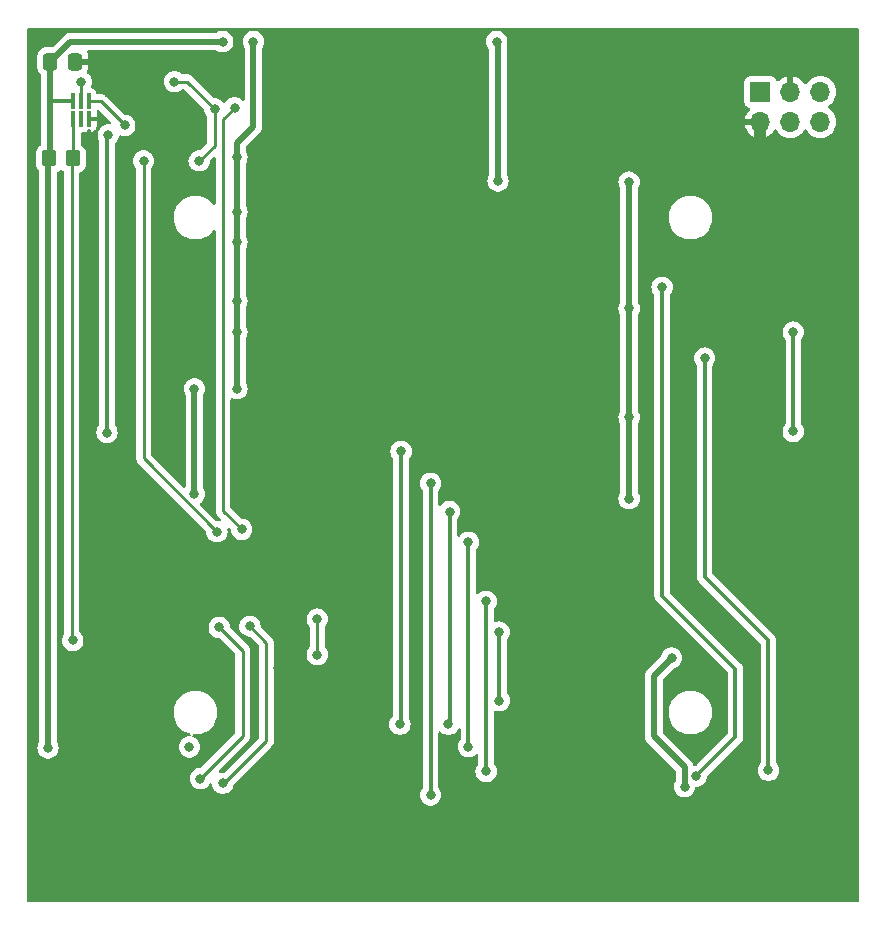
<source format=gbr>
%TF.GenerationSoftware,KiCad,Pcbnew,8.0.1*%
%TF.CreationDate,2024-04-03T22:27:09-06:00*%
%TF.ProjectId,weather_station_pico,77656174-6865-4725-9f73-746174696f6e,rev?*%
%TF.SameCoordinates,Original*%
%TF.FileFunction,Copper,L1,Top*%
%TF.FilePolarity,Positive*%
%FSLAX46Y46*%
G04 Gerber Fmt 4.6, Leading zero omitted, Abs format (unit mm)*
G04 Created by KiCad (PCBNEW 8.0.1) date 2024-04-03 22:27:09*
%MOMM*%
%LPD*%
G01*
G04 APERTURE LIST*
G04 Aperture macros list*
%AMRoundRect*
0 Rectangle with rounded corners*
0 $1 Rounding radius*
0 $2 $3 $4 $5 $6 $7 $8 $9 X,Y pos of 4 corners*
0 Add a 4 corners polygon primitive as box body*
4,1,4,$2,$3,$4,$5,$6,$7,$8,$9,$2,$3,0*
0 Add four circle primitives for the rounded corners*
1,1,$1+$1,$2,$3*
1,1,$1+$1,$4,$5*
1,1,$1+$1,$6,$7*
1,1,$1+$1,$8,$9*
0 Add four rect primitives between the rounded corners*
20,1,$1+$1,$2,$3,$4,$5,0*
20,1,$1+$1,$4,$5,$6,$7,0*
20,1,$1+$1,$6,$7,$8,$9,0*
20,1,$1+$1,$8,$9,$2,$3,0*%
G04 Aperture macros list end*
%TA.AperFunction,ComponentPad*%
%ADD10R,1.700000X1.700000*%
%TD*%
%TA.AperFunction,ComponentPad*%
%ADD11O,1.700000X1.700000*%
%TD*%
%TA.AperFunction,SMDPad,CuDef*%
%ADD12RoundRect,0.250000X-0.350000X-0.450000X0.350000X-0.450000X0.350000X0.450000X-0.350000X0.450000X0*%
%TD*%
%TA.AperFunction,SMDPad,CuDef*%
%ADD13RoundRect,0.250000X-0.337500X-0.475000X0.337500X-0.475000X0.337500X0.475000X-0.337500X0.475000X0*%
%TD*%
%TA.AperFunction,SMDPad,CuDef*%
%ADD14RoundRect,0.025600X-0.134400X0.594400X-0.134400X-0.594400X0.134400X-0.594400X0.134400X0.594400X0*%
%TD*%
%TA.AperFunction,ViaPad*%
%ADD15C,0.800000*%
%TD*%
%TA.AperFunction,ViaPad*%
%ADD16C,1.500000*%
%TD*%
%TA.AperFunction,Conductor*%
%ADD17C,0.250000*%
%TD*%
%TA.AperFunction,Conductor*%
%ADD18C,0.300000*%
%TD*%
%TA.AperFunction,Conductor*%
%ADD19C,0.500000*%
%TD*%
%TA.AperFunction,Conductor*%
%ADD20C,1.000000*%
%TD*%
G04 APERTURE END LIST*
D10*
%TO.P,J9,1,Pin_1*%
%TO.N,/Battery Charger/Load+*%
X174365000Y-75360000D03*
D11*
%TO.P,J9,2,Pin_2*%
%TO.N,GND*%
X174365000Y-77900000D03*
%TO.P,J9,3,Pin_3*%
X176905000Y-75360000D03*
%TO.P,J9,4,Pin_4*%
%TO.N,/Battery Charger/SET*%
X176905000Y-77900000D03*
%TO.P,J9,5,Pin_5*%
%TO.N,/Battery Charger/~{FAULT}*%
X179445000Y-75360000D03*
%TO.P,J9,6,Pin_6*%
%TO.N,/Battery Charger/~{CHRG}*%
X179445000Y-77900000D03*
%TD*%
D12*
%TO.P,R9,2*%
%TO.N,/LIGHT_INTR*%
X116145000Y-81000000D03*
%TO.P,R9,1*%
%TO.N,+3.3V*%
X114145000Y-81000000D03*
%TD*%
D13*
%TO.P,C4,1*%
%TO.N,+3.3V*%
X114245000Y-72800000D03*
%TO.P,C4,2*%
%TO.N,GND*%
X116320000Y-72800000D03*
%TD*%
D14*
%TO.P,U3,1,SCL*%
%TO.N,/I2C0_SCL*%
X117495000Y-76155000D03*
%TO.P,U3,2,SDA*%
%TO.N,/I2C0_SDA*%
X116845000Y-76155000D03*
%TO.P,U3,3,VDD*%
%TO.N,+3.3V*%
X116195000Y-76155000D03*
%TO.P,U3,4,INT*%
%TO.N,/LIGHT_INTR*%
X116195000Y-77645000D03*
%TO.P,U3,5*%
%TO.N,N/C*%
X116845000Y-77645000D03*
%TO.P,U3,6,GND*%
%TO.N,GND*%
X117495000Y-77645000D03*
%TD*%
D15*
%TO.N,GND*%
X179745000Y-141400000D03*
X179745000Y-135000000D03*
X179745000Y-126300000D03*
X179745000Y-118800000D03*
X168445000Y-79400000D03*
X162345000Y-79300000D03*
X169045000Y-71500000D03*
X162945000Y-71500000D03*
X121845000Y-72800000D03*
X118245000Y-72800000D03*
X139945000Y-77900000D03*
X136845000Y-80000000D03*
X136845000Y-75700000D03*
X134445000Y-76200000D03*
X124545000Y-76600000D03*
X118545000Y-117700000D03*
X121645000Y-112000000D03*
X120645000Y-85500000D03*
X117445000Y-85500000D03*
X120545000Y-96000000D03*
X117545000Y-95800000D03*
X133945000Y-103300000D03*
X139645000Y-103300000D03*
X136845000Y-101300000D03*
X136845000Y-105200000D03*
X140445000Y-118000000D03*
X140445000Y-114000000D03*
X137545000Y-116000000D03*
X135245000Y-127700000D03*
X133545000Y-124100000D03*
X120845000Y-129000000D03*
X116745000Y-128900000D03*
X121645000Y-124400000D03*
X117145000Y-124300000D03*
X118945000Y-142200000D03*
X118945000Y-137800000D03*
X118945000Y-133300000D03*
X114045000Y-142200000D03*
X114045000Y-137600000D03*
X114045000Y-133200000D03*
X129245000Y-140700000D03*
X123645000Y-140800000D03*
X121845000Y-138600000D03*
X130945000Y-138600000D03*
X134045000Y-132900000D03*
X135945000Y-134600000D03*
X154945000Y-141000000D03*
X157845000Y-138900000D03*
X152045000Y-138900000D03*
X157845000Y-130400000D03*
X162345000Y-130300000D03*
X162345000Y-125100000D03*
X157945000Y-125000000D03*
X155645000Y-90600000D03*
X160845000Y-90600000D03*
X158245000Y-88700000D03*
X154645000Y-80200000D03*
X154645000Y-75600000D03*
X157545000Y-77900000D03*
X173545000Y-98300000D03*
X180245000Y-102400000D03*
X179745000Y-95700000D03*
X170245000Y-91700000D03*
X176445000Y-85700000D03*
X149245000Y-137100000D03*
X165645000Y-140900000D03*
X171245000Y-140900000D03*
X173145000Y-138600000D03*
X163545000Y-138600000D03*
X136545000Y-137000000D03*
X142945000Y-136900000D03*
X143345000Y-131700000D03*
X140945000Y-141900000D03*
X134045000Y-139300000D03*
X134045000Y-141900000D03*
X127445000Y-97000000D03*
X124645000Y-97000000D03*
X124645000Y-105400000D03*
X127645000Y-91700000D03*
X124645000Y-91700000D03*
X149845000Y-73300000D03*
X150245000Y-89800000D03*
X150245000Y-85800000D03*
X144145000Y-85600000D03*
X144045000Y-80600000D03*
X144045000Y-73600000D03*
X137545000Y-90600000D03*
X143345000Y-90700000D03*
X140445000Y-88500000D03*
X157945000Y-103300000D03*
X151445000Y-103300000D03*
X154745000Y-100900000D03*
X143845000Y-100800000D03*
X151245000Y-94300000D03*
X144045000Y-94300000D03*
%TO.N,/I2C1_SCL*%
X169645000Y-97900000D03*
%TO.N,/I2C1_SDA*%
X166045000Y-91900000D03*
X168945000Y-133300000D03*
%TO.N,/I2C1_SCL*%
X175045000Y-132800000D03*
%TO.N,+3.3V*%
X167945000Y-134200000D03*
X166845000Y-123300000D03*
%TO.N,/ONE_WIRE*%
X136845000Y-120000000D03*
X136845000Y-123000000D03*
%TO.N,+3.3V*%
X163245000Y-109800000D03*
X163245000Y-93700000D03*
X163245000Y-102900000D03*
X163245000Y-83000000D03*
%TO.N,/I2C0_SCL*%
X120545000Y-78200000D03*
%TO.N,/I2C0_SDA*%
X124745000Y-74500000D03*
X116845000Y-74500000D03*
%TO.N,+3.3V*%
X126445000Y-100500000D03*
X126445000Y-109400000D03*
X130045000Y-100500000D03*
%TO.N,/I2C0_SCL*%
X130445000Y-112400000D03*
X129845000Y-76700000D03*
%TO.N,/I2C0_SDA*%
X128345000Y-112600000D03*
X122145000Y-81200000D03*
X126845000Y-81200000D03*
X128145000Y-76800000D03*
%TO.N,+3.3V*%
X126020000Y-130825000D03*
%TO.N,/I2C0_SDA*%
X126944999Y-133500000D03*
X128545000Y-120700000D03*
%TO.N,/I2C0_SCL*%
X128845000Y-133900000D03*
X131145000Y-120600000D03*
%TO.N,+3.3V*%
X130045000Y-95700000D03*
X130045000Y-93100000D03*
X130045000Y-88100000D03*
X130045000Y-85500000D03*
X130045000Y-80900000D03*
X131445000Y-71100000D03*
%TO.N,/LIGHT_INTR*%
X116145000Y-121800000D03*
%TO.N,/RAIN_COUNT*%
X119145000Y-79000000D03*
X119045000Y-104200000D03*
%TO.N,/WINDSPEED_TGR*%
X177145000Y-95700000D03*
X177145000Y-104100000D03*
%TO.N,/RFM69 Radio/RFM69_INTR*%
X143945000Y-105800000D03*
X143845000Y-128900000D03*
%TO.N,/RFM69 Radio/RFM69_RESET*%
X146445000Y-134900000D03*
X146445000Y-108500000D03*
%TO.N,/RFM69 Radio/RFM69_MOSI*%
X147945000Y-128900000D03*
X148045000Y-110900000D03*
%TO.N,/RFM69 Radio/RFM69_CLK*%
X149645000Y-130800000D03*
X149645000Y-113500000D03*
%TO.N,/RFM69 Radio/RFM69_CS*%
X151145000Y-132900000D03*
X151145000Y-118500000D03*
%TO.N,/RFM69 Radio/RFM69_MISO*%
X152245000Y-126900000D03*
X152245000Y-121100000D03*
%TO.N,+3.3V*%
X114045000Y-130900000D03*
X128845000Y-71100000D03*
X152045000Y-71100000D03*
X152145000Y-82900000D03*
D16*
%TO.N,GND*%
X174445000Y-81150000D03*
X176945000Y-71900000D03*
%TD*%
D17*
%TO.N,/I2C0_SCL*%
X132545000Y-122000000D02*
X131145000Y-120600000D01*
X132545000Y-130300000D02*
X132545000Y-122000000D01*
X128945000Y-133900000D02*
X132545000Y-130300000D01*
X128845000Y-133900000D02*
X128945000Y-133900000D01*
%TO.N,/I2C0_SDA*%
X130545000Y-122700000D02*
X128545000Y-120700000D01*
X130545000Y-129900000D02*
X130545000Y-122700000D01*
X126944999Y-133500000D02*
X130545000Y-129900000D01*
D18*
%TO.N,/I2C1_SDA*%
X172245000Y-130000000D02*
X168945000Y-133300000D01*
X166045000Y-118000000D02*
X172245000Y-124200000D01*
X172245000Y-124200000D02*
X172245000Y-130000000D01*
X166045000Y-91900000D02*
X166045000Y-118000000D01*
%TO.N,/I2C1_SCL*%
X175045000Y-121800000D02*
X175045000Y-132800000D01*
X169645000Y-116400000D02*
X175045000Y-121800000D01*
X169645000Y-97900000D02*
X169645000Y-116400000D01*
D19*
%TO.N,+3.3V*%
X167945000Y-132500000D02*
X167945000Y-134200000D01*
X166845000Y-123300000D02*
X165345000Y-124800000D01*
X165345000Y-124800000D02*
X165345000Y-129900000D01*
X165345000Y-129900000D02*
X167945000Y-132500000D01*
D17*
%TO.N,/ONE_WIRE*%
X136845000Y-123000000D02*
X136845000Y-120000000D01*
%TO.N,/I2C0_SDA*%
X125845000Y-74500000D02*
X128145000Y-76800000D01*
X124745000Y-74500000D02*
X125845000Y-74500000D01*
X116845000Y-74500000D02*
X116845000Y-76155000D01*
%TO.N,/I2C0_SCL*%
X118500000Y-76155000D02*
X117495000Y-76155000D01*
X120545000Y-78200000D02*
X118500000Y-76155000D01*
D19*
%TO.N,+3.3V*%
X114245000Y-76200000D02*
X114245000Y-80900000D01*
D18*
X114290000Y-76155000D02*
X116195000Y-76155000D01*
X114245000Y-76200000D02*
X114290000Y-76155000D01*
D19*
X114245000Y-72800000D02*
X114245000Y-76200000D01*
X114245000Y-80900000D02*
X114145000Y-81000000D01*
D17*
%TO.N,/LIGHT_INTR*%
X116195000Y-80950000D02*
X116145000Y-81000000D01*
X116195000Y-77645000D02*
X116195000Y-80950000D01*
D19*
%TO.N,+3.3V*%
X114045000Y-81100000D02*
X114145000Y-81000000D01*
D17*
%TO.N,/LIGHT_INTR*%
X116045000Y-81100000D02*
X116145000Y-81000000D01*
X116145000Y-121800000D02*
X116045000Y-121700000D01*
X116045000Y-121700000D02*
X116045000Y-81100000D01*
D19*
%TO.N,+3.3V*%
X114045000Y-130900000D02*
X114045000Y-81100000D01*
X163245000Y-109700000D02*
X163245000Y-109800000D01*
X163245000Y-93700000D02*
X163245000Y-102900000D01*
X163245000Y-83000000D02*
X163245000Y-93700000D01*
X163245000Y-102900000D02*
X163245000Y-109700000D01*
D18*
%TO.N,/WINDSPEED_TGR*%
X177145000Y-103200000D02*
X177145000Y-104100000D01*
X177145000Y-95700000D02*
X177145000Y-103200000D01*
D19*
%TO.N,+3.3V*%
X126445000Y-109400000D02*
X126445000Y-100500000D01*
X130045000Y-100100000D02*
X130045000Y-100500000D01*
D17*
%TO.N,/I2C0_SCL*%
X128870000Y-77675000D02*
X129845000Y-76700000D01*
X128870000Y-110825000D02*
X128870000Y-77675000D01*
X130445000Y-112400000D02*
X128870000Y-110825000D01*
%TO.N,/I2C0_SDA*%
X128145000Y-79900000D02*
X126845000Y-81200000D01*
X128145000Y-76800000D02*
X128145000Y-79900000D01*
X122145000Y-106400000D02*
X128345000Y-112600000D01*
X122145000Y-81200000D02*
X122145000Y-106400000D01*
D19*
%TO.N,+3.3V*%
X130045000Y-93100000D02*
X130045000Y-95700000D01*
X130045000Y-95700000D02*
X130045000Y-100100000D01*
X130045000Y-88100000D02*
X130045000Y-93100000D01*
X130045000Y-85500000D02*
X130045000Y-88100000D01*
X130045000Y-80900000D02*
X130045000Y-85500000D01*
X130045000Y-80100000D02*
X130045000Y-80900000D01*
X131445000Y-78300000D02*
X130045000Y-79700000D01*
X130045000Y-79700000D02*
X130045000Y-80100000D01*
X131445000Y-71100000D02*
X131445000Y-78300000D01*
D18*
%TO.N,/RAIN_COUNT*%
X119045000Y-79100000D02*
X119145000Y-79000000D01*
X119045000Y-104200000D02*
X119045000Y-79100000D01*
%TO.N,/RFM69 Radio/RFM69_INTR*%
X143845000Y-128900000D02*
X143945000Y-128800000D01*
X143945000Y-128800000D02*
X143945000Y-105800000D01*
%TO.N,/RFM69 Radio/RFM69_RESET*%
X146445000Y-108500000D02*
X146445000Y-134900000D01*
%TO.N,/RFM69 Radio/RFM69_MOSI*%
X148045000Y-128800000D02*
X148045000Y-110900000D01*
X147945000Y-128900000D02*
X148045000Y-128800000D01*
%TO.N,/RFM69 Radio/RFM69_CLK*%
X149645000Y-113500000D02*
X149645000Y-130800000D01*
%TO.N,/RFM69 Radio/RFM69_CS*%
X151145000Y-118500000D02*
X151145000Y-119200000D01*
X151145000Y-119200000D02*
X151145000Y-132900000D01*
%TO.N,/RFM69 Radio/RFM69_MISO*%
X152245000Y-121600000D02*
X152245000Y-126900000D01*
X152245000Y-121100000D02*
X152245000Y-121600000D01*
D19*
%TO.N,+3.3V*%
X115945000Y-71100000D02*
X114245000Y-72800000D01*
X128845000Y-71100000D02*
X115945000Y-71100000D01*
X152145000Y-71200000D02*
X152045000Y-71100000D01*
X152145000Y-82900000D02*
X152145000Y-71200000D01*
D20*
%TO.N,GND*%
X174365000Y-81070000D02*
X174445000Y-81150000D01*
X174365000Y-77900000D02*
X174365000Y-81070000D01*
%TD*%
%TA.AperFunction,Conductor*%
%TO.N,GND*%
G36*
X182653039Y-69964685D02*
G01*
X182698794Y-70017489D01*
X182710000Y-70069000D01*
X182710000Y-143821000D01*
X182690315Y-143888039D01*
X182637511Y-143933794D01*
X182586000Y-143945000D01*
X112394000Y-143945000D01*
X112326961Y-143925315D01*
X112281206Y-143872511D01*
X112270000Y-143821000D01*
X112270000Y-134900000D01*
X145539540Y-134900000D01*
X145559326Y-135088256D01*
X145559327Y-135088259D01*
X145617818Y-135268277D01*
X145617821Y-135268284D01*
X145712467Y-135432216D01*
X145839129Y-135572888D01*
X145992265Y-135684148D01*
X145992270Y-135684151D01*
X146165192Y-135761142D01*
X146165197Y-135761144D01*
X146350354Y-135800500D01*
X146350355Y-135800500D01*
X146539644Y-135800500D01*
X146539646Y-135800500D01*
X146724803Y-135761144D01*
X146897730Y-135684151D01*
X147050871Y-135572888D01*
X147177533Y-135432216D01*
X147272179Y-135268284D01*
X147330674Y-135088256D01*
X147350460Y-134900000D01*
X147330674Y-134711744D01*
X147272179Y-134531716D01*
X147177533Y-134367784D01*
X147127350Y-134312050D01*
X147097120Y-134249058D01*
X147095500Y-134229078D01*
X147095500Y-129625341D01*
X147115185Y-129558302D01*
X147167989Y-129512547D01*
X147237147Y-129502603D01*
X147300703Y-129531628D01*
X147311645Y-129542364D01*
X147339129Y-129572888D01*
X147492265Y-129684148D01*
X147492270Y-129684151D01*
X147665192Y-129761142D01*
X147665197Y-129761144D01*
X147850354Y-129800500D01*
X147850355Y-129800500D01*
X148039644Y-129800500D01*
X148039646Y-129800500D01*
X148224803Y-129761144D01*
X148397730Y-129684151D01*
X148550871Y-129572888D01*
X148677533Y-129432216D01*
X148763113Y-129283987D01*
X148813679Y-129235771D01*
X148882286Y-129222547D01*
X148947151Y-129248515D01*
X148987680Y-129305429D01*
X148994500Y-129345986D01*
X148994500Y-130129078D01*
X148974815Y-130196117D01*
X148962650Y-130212050D01*
X148912466Y-130267785D01*
X148817821Y-130431715D01*
X148817818Y-130431722D01*
X148759327Y-130611740D01*
X148759326Y-130611744D01*
X148739540Y-130800000D01*
X148759326Y-130988256D01*
X148759327Y-130988259D01*
X148817818Y-131168277D01*
X148817821Y-131168284D01*
X148912467Y-131332216D01*
X149014862Y-131445937D01*
X149039129Y-131472888D01*
X149192265Y-131584148D01*
X149192270Y-131584151D01*
X149365192Y-131661142D01*
X149365197Y-131661144D01*
X149550354Y-131700500D01*
X149550355Y-131700500D01*
X149739644Y-131700500D01*
X149739646Y-131700500D01*
X149924803Y-131661144D01*
X150097730Y-131584151D01*
X150250871Y-131472888D01*
X150278351Y-131442368D01*
X150337836Y-131405721D01*
X150407693Y-131407050D01*
X150465741Y-131445937D01*
X150493551Y-131510033D01*
X150494500Y-131525341D01*
X150494500Y-132229078D01*
X150474815Y-132296117D01*
X150462650Y-132312050D01*
X150412466Y-132367785D01*
X150317821Y-132531715D01*
X150317818Y-132531722D01*
X150259327Y-132711740D01*
X150259326Y-132711744D01*
X150239540Y-132900000D01*
X150259326Y-133088256D01*
X150259327Y-133088259D01*
X150317818Y-133268277D01*
X150317821Y-133268284D01*
X150412467Y-133432216D01*
X150539129Y-133572888D01*
X150692265Y-133684148D01*
X150692270Y-133684151D01*
X150865192Y-133761142D01*
X150865197Y-133761144D01*
X151050354Y-133800500D01*
X151050355Y-133800500D01*
X151239644Y-133800500D01*
X151239646Y-133800500D01*
X151424803Y-133761144D01*
X151597730Y-133684151D01*
X151750871Y-133572888D01*
X151877533Y-133432216D01*
X151972179Y-133268284D01*
X152030674Y-133088256D01*
X152050460Y-132900000D01*
X152030674Y-132711744D01*
X151972179Y-132531716D01*
X151877533Y-132367784D01*
X151827350Y-132312050D01*
X151797120Y-132249058D01*
X151795500Y-132229078D01*
X151795500Y-129973920D01*
X164594499Y-129973920D01*
X164623340Y-130118907D01*
X164623343Y-130118917D01*
X164679913Y-130255490D01*
X164679914Y-130255492D01*
X164704832Y-130292784D01*
X164704833Y-130292786D01*
X164762043Y-130378410D01*
X164762047Y-130378415D01*
X164762048Y-130378416D01*
X165967783Y-131584151D01*
X167158181Y-132774548D01*
X167191666Y-132835871D01*
X167194500Y-132862229D01*
X167194500Y-133665677D01*
X167177887Y-133727677D01*
X167117821Y-133831714D01*
X167071951Y-133972888D01*
X167059326Y-134011744D01*
X167039540Y-134200000D01*
X167059326Y-134388256D01*
X167059327Y-134388259D01*
X167117818Y-134568277D01*
X167117821Y-134568284D01*
X167212467Y-134732216D01*
X167339129Y-134872888D01*
X167492265Y-134984148D01*
X167492270Y-134984151D01*
X167665192Y-135061142D01*
X167665197Y-135061144D01*
X167850354Y-135100500D01*
X167850355Y-135100500D01*
X168039644Y-135100500D01*
X168039646Y-135100500D01*
X168224803Y-135061144D01*
X168397730Y-134984151D01*
X168550871Y-134872888D01*
X168677533Y-134732216D01*
X168772179Y-134568284D01*
X168830674Y-134388256D01*
X168838737Y-134311539D01*
X168865321Y-134246925D01*
X168922618Y-134206939D01*
X168962058Y-134200500D01*
X169039644Y-134200500D01*
X169039646Y-134200500D01*
X169224803Y-134161144D01*
X169397730Y-134084151D01*
X169550871Y-133972888D01*
X169677533Y-133832216D01*
X169772179Y-133668284D01*
X169830674Y-133488256D01*
X169844168Y-133359855D01*
X169870752Y-133295242D01*
X169879799Y-133285145D01*
X172750277Y-130414669D01*
X172821465Y-130308127D01*
X172850350Y-130238393D01*
X172870501Y-130189744D01*
X172884592Y-130118907D01*
X172895500Y-130064071D01*
X172895500Y-124135928D01*
X172870502Y-124010261D01*
X172870501Y-124010260D01*
X172870501Y-124010256D01*
X172821465Y-123891873D01*
X172781604Y-123832216D01*
X172781604Y-123832215D01*
X172750275Y-123785328D01*
X166731819Y-117766872D01*
X166698334Y-117705549D01*
X166695500Y-117679191D01*
X166695500Y-97900000D01*
X168739540Y-97900000D01*
X168759326Y-98088256D01*
X168759327Y-98088259D01*
X168817818Y-98268277D01*
X168817821Y-98268284D01*
X168912466Y-98432215D01*
X168962649Y-98487948D01*
X168992880Y-98550940D01*
X168994500Y-98570921D01*
X168994500Y-116464069D01*
X168994500Y-116464071D01*
X168994499Y-116464071D01*
X169019497Y-116589738D01*
X169019499Y-116589744D01*
X169068534Y-116708125D01*
X169139726Y-116814673D01*
X169139727Y-116814674D01*
X174358181Y-122033127D01*
X174391666Y-122094450D01*
X174394500Y-122120808D01*
X174394500Y-132129078D01*
X174374815Y-132196117D01*
X174362650Y-132212050D01*
X174312466Y-132267785D01*
X174217821Y-132431715D01*
X174217818Y-132431722D01*
X174175105Y-132563181D01*
X174159326Y-132611744D01*
X174139540Y-132800000D01*
X174159326Y-132988256D01*
X174159327Y-132988259D01*
X174217818Y-133168277D01*
X174217821Y-133168284D01*
X174312467Y-133332216D01*
X174344493Y-133367784D01*
X174439129Y-133472888D01*
X174592265Y-133584148D01*
X174592270Y-133584151D01*
X174765192Y-133661142D01*
X174765197Y-133661144D01*
X174950354Y-133700500D01*
X174950355Y-133700500D01*
X175139644Y-133700500D01*
X175139646Y-133700500D01*
X175324803Y-133661144D01*
X175497730Y-133584151D01*
X175650871Y-133472888D01*
X175777533Y-133332216D01*
X175872179Y-133168284D01*
X175930674Y-132988256D01*
X175950460Y-132800000D01*
X175930674Y-132611744D01*
X175872179Y-132431716D01*
X175777533Y-132267784D01*
X175727350Y-132212050D01*
X175697120Y-132149058D01*
X175695500Y-132129078D01*
X175695500Y-121735928D01*
X175670502Y-121610261D01*
X175670501Y-121610260D01*
X175670501Y-121610256D01*
X175629394Y-121511016D01*
X175621466Y-121491875D01*
X175621463Y-121491870D01*
X175608234Y-121472072D01*
X175608233Y-121472069D01*
X175550277Y-121385331D01*
X175550271Y-121385324D01*
X170331819Y-116166872D01*
X170298334Y-116105549D01*
X170295500Y-116079191D01*
X170295500Y-104100000D01*
X176239540Y-104100000D01*
X176259326Y-104288256D01*
X176259327Y-104288259D01*
X176317818Y-104468277D01*
X176317821Y-104468284D01*
X176412467Y-104632216D01*
X176502506Y-104732214D01*
X176539129Y-104772888D01*
X176692265Y-104884148D01*
X176692270Y-104884151D01*
X176865192Y-104961142D01*
X176865197Y-104961144D01*
X177050354Y-105000500D01*
X177050355Y-105000500D01*
X177239644Y-105000500D01*
X177239646Y-105000500D01*
X177424803Y-104961144D01*
X177597730Y-104884151D01*
X177750871Y-104772888D01*
X177877533Y-104632216D01*
X177972179Y-104468284D01*
X178030674Y-104288256D01*
X178050460Y-104100000D01*
X178030674Y-103911744D01*
X177972179Y-103731716D01*
X177877533Y-103567784D01*
X177827350Y-103512050D01*
X177797120Y-103449058D01*
X177795500Y-103429078D01*
X177795500Y-96370921D01*
X177815185Y-96303882D01*
X177827351Y-96287948D01*
X177877533Y-96232216D01*
X177972179Y-96068284D01*
X178030674Y-95888256D01*
X178050460Y-95700000D01*
X178030674Y-95511744D01*
X177972179Y-95331716D01*
X177877533Y-95167784D01*
X177750871Y-95027112D01*
X177750870Y-95027111D01*
X177597734Y-94915851D01*
X177597729Y-94915848D01*
X177424807Y-94838857D01*
X177424802Y-94838855D01*
X177279001Y-94807865D01*
X177239646Y-94799500D01*
X177050354Y-94799500D01*
X177017897Y-94806398D01*
X176865197Y-94838855D01*
X176865192Y-94838857D01*
X176692270Y-94915848D01*
X176692265Y-94915851D01*
X176539129Y-95027111D01*
X176412466Y-95167785D01*
X176317821Y-95331715D01*
X176317818Y-95331722D01*
X176259327Y-95511740D01*
X176259326Y-95511744D01*
X176239540Y-95700000D01*
X176259326Y-95888256D01*
X176259327Y-95888259D01*
X176317818Y-96068277D01*
X176317821Y-96068284D01*
X176412466Y-96232215D01*
X176462649Y-96287948D01*
X176492880Y-96350940D01*
X176494500Y-96370921D01*
X176494500Y-103429078D01*
X176474815Y-103496117D01*
X176462650Y-103512050D01*
X176412466Y-103567785D01*
X176317821Y-103731715D01*
X176317818Y-103731722D01*
X176259327Y-103911740D01*
X176259326Y-103911744D01*
X176239540Y-104100000D01*
X170295500Y-104100000D01*
X170295500Y-98570921D01*
X170315185Y-98503882D01*
X170327351Y-98487948D01*
X170377533Y-98432216D01*
X170472179Y-98268284D01*
X170530674Y-98088256D01*
X170550460Y-97900000D01*
X170530674Y-97711744D01*
X170472179Y-97531716D01*
X170377533Y-97367784D01*
X170250871Y-97227112D01*
X170250870Y-97227111D01*
X170097734Y-97115851D01*
X170097729Y-97115848D01*
X169924807Y-97038857D01*
X169924802Y-97038855D01*
X169779001Y-97007865D01*
X169739646Y-96999500D01*
X169550354Y-96999500D01*
X169517897Y-97006398D01*
X169365197Y-97038855D01*
X169365192Y-97038857D01*
X169192270Y-97115848D01*
X169192265Y-97115851D01*
X169039129Y-97227111D01*
X168912466Y-97367785D01*
X168817821Y-97531715D01*
X168817818Y-97531722D01*
X168759327Y-97711740D01*
X168759326Y-97711744D01*
X168739540Y-97900000D01*
X166695500Y-97900000D01*
X166695500Y-92570921D01*
X166715185Y-92503882D01*
X166727351Y-92487948D01*
X166777533Y-92432216D01*
X166872179Y-92268284D01*
X166930674Y-92088256D01*
X166950460Y-91900000D01*
X166930674Y-91711744D01*
X166872179Y-91531716D01*
X166777533Y-91367784D01*
X166650871Y-91227112D01*
X166650870Y-91227111D01*
X166497734Y-91115851D01*
X166497729Y-91115848D01*
X166324807Y-91038857D01*
X166324802Y-91038855D01*
X166179001Y-91007865D01*
X166139646Y-90999500D01*
X165950354Y-90999500D01*
X165917897Y-91006398D01*
X165765197Y-91038855D01*
X165765192Y-91038857D01*
X165592270Y-91115848D01*
X165592265Y-91115851D01*
X165439129Y-91227111D01*
X165312466Y-91367785D01*
X165217821Y-91531715D01*
X165217818Y-91531722D01*
X165159327Y-91711740D01*
X165159326Y-91711744D01*
X165139540Y-91900000D01*
X165159326Y-92088256D01*
X165159327Y-92088259D01*
X165217818Y-92268277D01*
X165217821Y-92268284D01*
X165312466Y-92432215D01*
X165362649Y-92487948D01*
X165392880Y-92550940D01*
X165394500Y-92570921D01*
X165394500Y-118064069D01*
X165394500Y-118064071D01*
X165394499Y-118064071D01*
X165415982Y-118172067D01*
X165419498Y-118189740D01*
X165419499Y-118189744D01*
X165468534Y-118308125D01*
X165539726Y-118414673D01*
X165539727Y-118414674D01*
X171558181Y-124433127D01*
X171591666Y-124494450D01*
X171594500Y-124520808D01*
X171594500Y-129679192D01*
X171574815Y-129746231D01*
X171558181Y-129766873D01*
X168961873Y-132363181D01*
X168900550Y-132396666D01*
X168874192Y-132399500D01*
X168850351Y-132399500D01*
X168819593Y-132406037D01*
X168749926Y-132400719D01*
X168694193Y-132358580D01*
X168672198Y-132308938D01*
X168666658Y-132281087D01*
X168638062Y-132212050D01*
X168610087Y-132144511D01*
X168610080Y-132144498D01*
X168527952Y-132021585D01*
X168527951Y-132021584D01*
X168423416Y-131917049D01*
X166131819Y-129625451D01*
X166098334Y-129564128D01*
X166095500Y-129537770D01*
X166095500Y-128021288D01*
X166594500Y-128021288D01*
X166626161Y-128261785D01*
X166688947Y-128496104D01*
X166718233Y-128566806D01*
X166781776Y-128720212D01*
X166903064Y-128930289D01*
X166903066Y-128930292D01*
X166903067Y-128930293D01*
X167050733Y-129122736D01*
X167050739Y-129122743D01*
X167222256Y-129294260D01*
X167222262Y-129294265D01*
X167414711Y-129441936D01*
X167624788Y-129563224D01*
X167848900Y-129656054D01*
X168083211Y-129718838D01*
X168263586Y-129742584D01*
X168323711Y-129750500D01*
X168323712Y-129750500D01*
X168566289Y-129750500D01*
X168614388Y-129744167D01*
X168806789Y-129718838D01*
X169041100Y-129656054D01*
X169265212Y-129563224D01*
X169475289Y-129441936D01*
X169667738Y-129294265D01*
X169839265Y-129122738D01*
X169986936Y-128930289D01*
X170108224Y-128720212D01*
X170201054Y-128496100D01*
X170263838Y-128261789D01*
X170295500Y-128021288D01*
X170295500Y-127778712D01*
X170263838Y-127538211D01*
X170201054Y-127303900D01*
X170108224Y-127079788D01*
X169986936Y-126869711D01*
X169839265Y-126677262D01*
X169839260Y-126677256D01*
X169667743Y-126505739D01*
X169667736Y-126505733D01*
X169475293Y-126358067D01*
X169475292Y-126358066D01*
X169475289Y-126358064D01*
X169265212Y-126236776D01*
X169265205Y-126236773D01*
X169041104Y-126143947D01*
X168806785Y-126081161D01*
X168566289Y-126049500D01*
X168566288Y-126049500D01*
X168323712Y-126049500D01*
X168323711Y-126049500D01*
X168083214Y-126081161D01*
X167848895Y-126143947D01*
X167624794Y-126236773D01*
X167624785Y-126236777D01*
X167414706Y-126358067D01*
X167222263Y-126505733D01*
X167222256Y-126505739D01*
X167050739Y-126677256D01*
X167050733Y-126677263D01*
X166903067Y-126869706D01*
X166781777Y-127079785D01*
X166781773Y-127079794D01*
X166688947Y-127303895D01*
X166626161Y-127538214D01*
X166594500Y-127778711D01*
X166594500Y-128021288D01*
X166095500Y-128021288D01*
X166095500Y-125162228D01*
X166115185Y-125095189D01*
X166131815Y-125074551D01*
X166997770Y-124208595D01*
X167059091Y-124175112D01*
X167059427Y-124175039D01*
X167124803Y-124161144D01*
X167297730Y-124084151D01*
X167450871Y-123972888D01*
X167577533Y-123832216D01*
X167672179Y-123668284D01*
X167730674Y-123488256D01*
X167750460Y-123300000D01*
X167730674Y-123111744D01*
X167672179Y-122931716D01*
X167577533Y-122767784D01*
X167450871Y-122627112D01*
X167450870Y-122627111D01*
X167297734Y-122515851D01*
X167297729Y-122515848D01*
X167124807Y-122438857D01*
X167124802Y-122438855D01*
X166979001Y-122407865D01*
X166939646Y-122399500D01*
X166750354Y-122399500D01*
X166717897Y-122406398D01*
X166565197Y-122438855D01*
X166565192Y-122438857D01*
X166392270Y-122515848D01*
X166392265Y-122515851D01*
X166239129Y-122627111D01*
X166112466Y-122767785D01*
X166017821Y-122931715D01*
X166017819Y-122931719D01*
X165962478Y-123102041D01*
X165932228Y-123151403D01*
X164762052Y-124321578D01*
X164762051Y-124321579D01*
X164716507Y-124389743D01*
X164716506Y-124389744D01*
X164679914Y-124444507D01*
X164623343Y-124581082D01*
X164623340Y-124581092D01*
X164594500Y-124726079D01*
X164594500Y-124726082D01*
X164594500Y-129973918D01*
X164594500Y-129973920D01*
X164594499Y-129973920D01*
X151795500Y-129973920D01*
X151795500Y-127876533D01*
X151815185Y-127809494D01*
X151867989Y-127763739D01*
X151937147Y-127753795D01*
X151958724Y-127760024D01*
X151959013Y-127759135D01*
X151965197Y-127761144D01*
X152150354Y-127800500D01*
X152150355Y-127800500D01*
X152339644Y-127800500D01*
X152339646Y-127800500D01*
X152524803Y-127761144D01*
X152697730Y-127684151D01*
X152850871Y-127572888D01*
X152977533Y-127432216D01*
X153072179Y-127268284D01*
X153130674Y-127088256D01*
X153150460Y-126900000D01*
X153130674Y-126711744D01*
X153072179Y-126531716D01*
X152977533Y-126367784D01*
X152927350Y-126312050D01*
X152897120Y-126249058D01*
X152895500Y-126229078D01*
X152895500Y-121770921D01*
X152915185Y-121703882D01*
X152927351Y-121687948D01*
X152973388Y-121636819D01*
X152977533Y-121632216D01*
X153072179Y-121468284D01*
X153130674Y-121288256D01*
X153150460Y-121100000D01*
X153130674Y-120911744D01*
X153072179Y-120731716D01*
X152977533Y-120567784D01*
X152850871Y-120427112D01*
X152829719Y-120411744D01*
X152697734Y-120315851D01*
X152697729Y-120315848D01*
X152524807Y-120238857D01*
X152524802Y-120238855D01*
X152379001Y-120207865D01*
X152339646Y-120199500D01*
X152150354Y-120199500D01*
X152117897Y-120206398D01*
X151965197Y-120238855D01*
X151959010Y-120240866D01*
X151958185Y-120238327D01*
X151900653Y-120246025D01*
X151837384Y-120216380D01*
X151800187Y-120157235D01*
X151795500Y-120123466D01*
X151795500Y-119170921D01*
X151815185Y-119103882D01*
X151827351Y-119087948D01*
X151877533Y-119032216D01*
X151972179Y-118868284D01*
X152030674Y-118688256D01*
X152050460Y-118500000D01*
X152030674Y-118311744D01*
X151972179Y-118131716D01*
X151877533Y-117967784D01*
X151750871Y-117827112D01*
X151750870Y-117827111D01*
X151597734Y-117715851D01*
X151597729Y-117715848D01*
X151424807Y-117638857D01*
X151424802Y-117638855D01*
X151279001Y-117607865D01*
X151239646Y-117599500D01*
X151050354Y-117599500D01*
X151017897Y-117606398D01*
X150865197Y-117638855D01*
X150865192Y-117638857D01*
X150692270Y-117715848D01*
X150692265Y-117715851D01*
X150539129Y-117827111D01*
X150539128Y-117827112D01*
X150511649Y-117857631D01*
X150452162Y-117894279D01*
X150382305Y-117892948D01*
X150324257Y-117854061D01*
X150296448Y-117789964D01*
X150295500Y-117774658D01*
X150295500Y-114170921D01*
X150315185Y-114103882D01*
X150327351Y-114087948D01*
X150364004Y-114047241D01*
X150377533Y-114032216D01*
X150472179Y-113868284D01*
X150530674Y-113688256D01*
X150550460Y-113500000D01*
X150530674Y-113311744D01*
X150476112Y-113143823D01*
X150472181Y-113131722D01*
X150472180Y-113131721D01*
X150472179Y-113131716D01*
X150377533Y-112967784D01*
X150250871Y-112827112D01*
X150250870Y-112827111D01*
X150097734Y-112715851D01*
X150097729Y-112715848D01*
X149924807Y-112638857D01*
X149924802Y-112638855D01*
X149774700Y-112606951D01*
X149739646Y-112599500D01*
X149550354Y-112599500D01*
X149517897Y-112606398D01*
X149365197Y-112638855D01*
X149365192Y-112638857D01*
X149192270Y-112715848D01*
X149192265Y-112715851D01*
X149039129Y-112827111D01*
X148911650Y-112968691D01*
X148852163Y-113005340D01*
X148782306Y-113004009D01*
X148724258Y-112965123D01*
X148696448Y-112901026D01*
X148695500Y-112885719D01*
X148695500Y-111570921D01*
X148715185Y-111503882D01*
X148727351Y-111487948D01*
X148734674Y-111479815D01*
X148777533Y-111432216D01*
X148872179Y-111268284D01*
X148930674Y-111088256D01*
X148950460Y-110900000D01*
X148930674Y-110711744D01*
X148872179Y-110531716D01*
X148777533Y-110367784D01*
X148650871Y-110227112D01*
X148601360Y-110191140D01*
X148497734Y-110115851D01*
X148497729Y-110115848D01*
X148324807Y-110038857D01*
X148324802Y-110038855D01*
X148179001Y-110007865D01*
X148139646Y-109999500D01*
X147950354Y-109999500D01*
X147917897Y-110006398D01*
X147765197Y-110038855D01*
X147765192Y-110038857D01*
X147592270Y-110115848D01*
X147592265Y-110115851D01*
X147439129Y-110227111D01*
X147311650Y-110368691D01*
X147252163Y-110405340D01*
X147182306Y-110404009D01*
X147124258Y-110365123D01*
X147096448Y-110301026D01*
X147095500Y-110285719D01*
X147095500Y-109800000D01*
X162339540Y-109800000D01*
X162359326Y-109988256D01*
X162359327Y-109988259D01*
X162417818Y-110168277D01*
X162417821Y-110168284D01*
X162512467Y-110332216D01*
X162639129Y-110472888D01*
X162792265Y-110584148D01*
X162792270Y-110584151D01*
X162965192Y-110661142D01*
X162965197Y-110661144D01*
X163150354Y-110700500D01*
X163150355Y-110700500D01*
X163339644Y-110700500D01*
X163339646Y-110700500D01*
X163524803Y-110661144D01*
X163697730Y-110584151D01*
X163850871Y-110472888D01*
X163977533Y-110332216D01*
X164072179Y-110168284D01*
X164130674Y-109988256D01*
X164150460Y-109800000D01*
X164130674Y-109611744D01*
X164072179Y-109431716D01*
X164012113Y-109327677D01*
X163995500Y-109265677D01*
X163995500Y-103434321D01*
X164012113Y-103372321D01*
X164072179Y-103268284D01*
X164130674Y-103088256D01*
X164150460Y-102900000D01*
X164130674Y-102711744D01*
X164072179Y-102531716D01*
X164012113Y-102427677D01*
X163995500Y-102365677D01*
X163995500Y-94234321D01*
X164012113Y-94172321D01*
X164072179Y-94068284D01*
X164130674Y-93888256D01*
X164150460Y-93700000D01*
X164130674Y-93511744D01*
X164072179Y-93331716D01*
X164072178Y-93331714D01*
X164012113Y-93227677D01*
X163995500Y-93165677D01*
X163995500Y-86111288D01*
X166594500Y-86111288D01*
X166626161Y-86351785D01*
X166688947Y-86586104D01*
X166781773Y-86810205D01*
X166781776Y-86810212D01*
X166903064Y-87020289D01*
X166903066Y-87020292D01*
X166903067Y-87020293D01*
X167050733Y-87212736D01*
X167050739Y-87212743D01*
X167222256Y-87384260D01*
X167222262Y-87384265D01*
X167414711Y-87531936D01*
X167624788Y-87653224D01*
X167848900Y-87746054D01*
X168083211Y-87808838D01*
X168263586Y-87832584D01*
X168323711Y-87840500D01*
X168323712Y-87840500D01*
X168566289Y-87840500D01*
X168614388Y-87834167D01*
X168806789Y-87808838D01*
X169041100Y-87746054D01*
X169265212Y-87653224D01*
X169475289Y-87531936D01*
X169667738Y-87384265D01*
X169839265Y-87212738D01*
X169986936Y-87020289D01*
X170108224Y-86810212D01*
X170201054Y-86586100D01*
X170263838Y-86351789D01*
X170295500Y-86111288D01*
X170295500Y-85868712D01*
X170263838Y-85628211D01*
X170201054Y-85393900D01*
X170108224Y-85169788D01*
X169986936Y-84959711D01*
X169839265Y-84767262D01*
X169839260Y-84767256D01*
X169667743Y-84595739D01*
X169667736Y-84595733D01*
X169475293Y-84448067D01*
X169475292Y-84448066D01*
X169475289Y-84448064D01*
X169265212Y-84326776D01*
X169265205Y-84326773D01*
X169041104Y-84233947D01*
X168806785Y-84171161D01*
X168566289Y-84139500D01*
X168566288Y-84139500D01*
X168323712Y-84139500D01*
X168323711Y-84139500D01*
X168083214Y-84171161D01*
X167848895Y-84233947D01*
X167624794Y-84326773D01*
X167624785Y-84326777D01*
X167414706Y-84448067D01*
X167222263Y-84595733D01*
X167222256Y-84595739D01*
X167050739Y-84767256D01*
X167050733Y-84767263D01*
X166903067Y-84959706D01*
X166781777Y-85169785D01*
X166781773Y-85169794D01*
X166688947Y-85393895D01*
X166626161Y-85628214D01*
X166594500Y-85868711D01*
X166594500Y-86111288D01*
X163995500Y-86111288D01*
X163995500Y-83534321D01*
X164012113Y-83472321D01*
X164072179Y-83368284D01*
X164130674Y-83188256D01*
X164150460Y-83000000D01*
X164130674Y-82811744D01*
X164072179Y-82631716D01*
X163977533Y-82467784D01*
X163850871Y-82327112D01*
X163775038Y-82272016D01*
X163697734Y-82215851D01*
X163697729Y-82215848D01*
X163524807Y-82138857D01*
X163524802Y-82138855D01*
X163379001Y-82107865D01*
X163339646Y-82099500D01*
X163150354Y-82099500D01*
X163117897Y-82106398D01*
X162965197Y-82138855D01*
X162965192Y-82138857D01*
X162792270Y-82215848D01*
X162792265Y-82215851D01*
X162639129Y-82327111D01*
X162512466Y-82467785D01*
X162417821Y-82631715D01*
X162417818Y-82631722D01*
X162359327Y-82811740D01*
X162359326Y-82811744D01*
X162339540Y-83000000D01*
X162359326Y-83188256D01*
X162359327Y-83188259D01*
X162417818Y-83368277D01*
X162417821Y-83368284D01*
X162477887Y-83472321D01*
X162494500Y-83534321D01*
X162494500Y-93165677D01*
X162477887Y-93227677D01*
X162417821Y-93331714D01*
X162373449Y-93468277D01*
X162359326Y-93511744D01*
X162339540Y-93700000D01*
X162359326Y-93888256D01*
X162359327Y-93888259D01*
X162417818Y-94068277D01*
X162417821Y-94068284D01*
X162477887Y-94172321D01*
X162494500Y-94234321D01*
X162494500Y-102365677D01*
X162477887Y-102427677D01*
X162417821Y-102531714D01*
X162359327Y-102711740D01*
X162359326Y-102711744D01*
X162339540Y-102900000D01*
X162359326Y-103088256D01*
X162359327Y-103088259D01*
X162417818Y-103268277D01*
X162417821Y-103268284D01*
X162477887Y-103372321D01*
X162494500Y-103434321D01*
X162494500Y-109265677D01*
X162477887Y-109327677D01*
X162417821Y-109431714D01*
X162359327Y-109611740D01*
X162359326Y-109611744D01*
X162339540Y-109800000D01*
X147095500Y-109800000D01*
X147095500Y-109170921D01*
X147115185Y-109103882D01*
X147127351Y-109087948D01*
X147177533Y-109032216D01*
X147272179Y-108868284D01*
X147330674Y-108688256D01*
X147350460Y-108500000D01*
X147330674Y-108311744D01*
X147272179Y-108131716D01*
X147177533Y-107967784D01*
X147050871Y-107827112D01*
X147050870Y-107827111D01*
X146897734Y-107715851D01*
X146897729Y-107715848D01*
X146724807Y-107638857D01*
X146724802Y-107638855D01*
X146579001Y-107607865D01*
X146539646Y-107599500D01*
X146350354Y-107599500D01*
X146317897Y-107606398D01*
X146165197Y-107638855D01*
X146165192Y-107638857D01*
X145992270Y-107715848D01*
X145992265Y-107715851D01*
X145839129Y-107827111D01*
X145712466Y-107967785D01*
X145617821Y-108131715D01*
X145617818Y-108131722D01*
X145559327Y-108311740D01*
X145559326Y-108311744D01*
X145539540Y-108500000D01*
X145559326Y-108688256D01*
X145559327Y-108688259D01*
X145617818Y-108868277D01*
X145617821Y-108868284D01*
X145712466Y-109032215D01*
X145762649Y-109087948D01*
X145792880Y-109150940D01*
X145794500Y-109170921D01*
X145794500Y-134229078D01*
X145774815Y-134296117D01*
X145762650Y-134312050D01*
X145712466Y-134367785D01*
X145617821Y-134531715D01*
X145617818Y-134531722D01*
X145559327Y-134711740D01*
X145559326Y-134711744D01*
X145539540Y-134900000D01*
X112270000Y-134900000D01*
X112270000Y-133500000D01*
X126039539Y-133500000D01*
X126059325Y-133688256D01*
X126059326Y-133688259D01*
X126117817Y-133868277D01*
X126117820Y-133868284D01*
X126212466Y-134032216D01*
X126328552Y-134161142D01*
X126339128Y-134172888D01*
X126492264Y-134284148D01*
X126492269Y-134284151D01*
X126665191Y-134361142D01*
X126665196Y-134361144D01*
X126850353Y-134400500D01*
X126850354Y-134400500D01*
X127039643Y-134400500D01*
X127039645Y-134400500D01*
X127224802Y-134361144D01*
X127397729Y-134284151D01*
X127550870Y-134172888D01*
X127677532Y-134032216D01*
X127720129Y-133958434D01*
X127770694Y-133910221D01*
X127839301Y-133896997D01*
X127904166Y-133922965D01*
X127944695Y-133979878D01*
X127950835Y-134007471D01*
X127959326Y-134088256D01*
X127959327Y-134088259D01*
X128017818Y-134268277D01*
X128017821Y-134268284D01*
X128112467Y-134432216D01*
X128202063Y-134531722D01*
X128239129Y-134572888D01*
X128392265Y-134684148D01*
X128392270Y-134684151D01*
X128565192Y-134761142D01*
X128565197Y-134761144D01*
X128750354Y-134800500D01*
X128750355Y-134800500D01*
X128939644Y-134800500D01*
X128939646Y-134800500D01*
X129124803Y-134761144D01*
X129297730Y-134684151D01*
X129450871Y-134572888D01*
X129577533Y-134432216D01*
X129672179Y-134268284D01*
X129730674Y-134088256D01*
X129736576Y-134032092D01*
X129763159Y-133967479D01*
X129772207Y-133957381D01*
X132943729Y-130785860D01*
X132943733Y-130785858D01*
X133030858Y-130698733D01*
X133099311Y-130596286D01*
X133099312Y-130596285D01*
X133099313Y-130596282D01*
X133099315Y-130596279D01*
X133109672Y-130571272D01*
X133146463Y-130482451D01*
X133170500Y-130361607D01*
X133170500Y-130238393D01*
X133170500Y-128900000D01*
X142939540Y-128900000D01*
X142959326Y-129088256D01*
X142959327Y-129088259D01*
X143017818Y-129268277D01*
X143017821Y-129268284D01*
X143112467Y-129432216D01*
X143230429Y-129563226D01*
X143239129Y-129572888D01*
X143392265Y-129684148D01*
X143392270Y-129684151D01*
X143565192Y-129761142D01*
X143565197Y-129761144D01*
X143750354Y-129800500D01*
X143750355Y-129800500D01*
X143939644Y-129800500D01*
X143939646Y-129800500D01*
X144124803Y-129761144D01*
X144297730Y-129684151D01*
X144450871Y-129572888D01*
X144577533Y-129432216D01*
X144672179Y-129268284D01*
X144730674Y-129088256D01*
X144750460Y-128900000D01*
X144730674Y-128711744D01*
X144672179Y-128531716D01*
X144666022Y-128521051D01*
X144612113Y-128427677D01*
X144595500Y-128365677D01*
X144595500Y-106470921D01*
X144615185Y-106403882D01*
X144627351Y-106387948D01*
X144677533Y-106332216D01*
X144772179Y-106168284D01*
X144830674Y-105988256D01*
X144850460Y-105800000D01*
X144830674Y-105611744D01*
X144772179Y-105431716D01*
X144677533Y-105267784D01*
X144550871Y-105127112D01*
X144514243Y-105100500D01*
X144397734Y-105015851D01*
X144397729Y-105015848D01*
X144224807Y-104938857D01*
X144224802Y-104938855D01*
X144079001Y-104907865D01*
X144039646Y-104899500D01*
X143850354Y-104899500D01*
X143817897Y-104906398D01*
X143665197Y-104938855D01*
X143665192Y-104938857D01*
X143492270Y-105015848D01*
X143492265Y-105015851D01*
X143339129Y-105127111D01*
X143212466Y-105267785D01*
X143117821Y-105431715D01*
X143117818Y-105431722D01*
X143059327Y-105611740D01*
X143059326Y-105611744D01*
X143039540Y-105800000D01*
X143059326Y-105988256D01*
X143059327Y-105988259D01*
X143117818Y-106168277D01*
X143117821Y-106168284D01*
X143212466Y-106332215D01*
X143262649Y-106387948D01*
X143292880Y-106450940D01*
X143294500Y-106470921D01*
X143294500Y-128123701D01*
X143274815Y-128190740D01*
X143243390Y-128224016D01*
X143239128Y-128227112D01*
X143112466Y-128367785D01*
X143017821Y-128531715D01*
X143017818Y-128531722D01*
X142959327Y-128711740D01*
X142959326Y-128711744D01*
X142939540Y-128900000D01*
X133170500Y-128900000D01*
X133170500Y-123000000D01*
X135939540Y-123000000D01*
X135959326Y-123188256D01*
X135959327Y-123188259D01*
X136017818Y-123368277D01*
X136017821Y-123368284D01*
X136112467Y-123532216D01*
X136234977Y-123668277D01*
X136239129Y-123672888D01*
X136392265Y-123784148D01*
X136392270Y-123784151D01*
X136565192Y-123861142D01*
X136565197Y-123861144D01*
X136750354Y-123900500D01*
X136750355Y-123900500D01*
X136939644Y-123900500D01*
X136939646Y-123900500D01*
X137124803Y-123861144D01*
X137297730Y-123784151D01*
X137450871Y-123672888D01*
X137577533Y-123532216D01*
X137672179Y-123368284D01*
X137730674Y-123188256D01*
X137750460Y-123000000D01*
X137730674Y-122811744D01*
X137672179Y-122631716D01*
X137577533Y-122467784D01*
X137519847Y-122403717D01*
X137502350Y-122384284D01*
X137472120Y-122321292D01*
X137470500Y-122301312D01*
X137470500Y-120698687D01*
X137490185Y-120631648D01*
X137502350Y-120615715D01*
X137522760Y-120593047D01*
X137577533Y-120532216D01*
X137672179Y-120368284D01*
X137730674Y-120188256D01*
X137750460Y-120000000D01*
X137730674Y-119811744D01*
X137672179Y-119631716D01*
X137577533Y-119467784D01*
X137450871Y-119327112D01*
X137450870Y-119327111D01*
X137297734Y-119215851D01*
X137297729Y-119215848D01*
X137124807Y-119138857D01*
X137124802Y-119138855D01*
X136979001Y-119107865D01*
X136939646Y-119099500D01*
X136750354Y-119099500D01*
X136717897Y-119106398D01*
X136565197Y-119138855D01*
X136565192Y-119138857D01*
X136392270Y-119215848D01*
X136392265Y-119215851D01*
X136239129Y-119327111D01*
X136112466Y-119467785D01*
X136017821Y-119631715D01*
X136017818Y-119631722D01*
X135963304Y-119799500D01*
X135959326Y-119811744D01*
X135939540Y-120000000D01*
X135959326Y-120188256D01*
X135959327Y-120188259D01*
X136017818Y-120368277D01*
X136017821Y-120368284D01*
X136112467Y-120532216D01*
X136144493Y-120567784D01*
X136187650Y-120615715D01*
X136217880Y-120678706D01*
X136219500Y-120698687D01*
X136219500Y-122301312D01*
X136199815Y-122368351D01*
X136187650Y-122384284D01*
X136112466Y-122467784D01*
X136017821Y-122631715D01*
X136017818Y-122631722D01*
X135973609Y-122767785D01*
X135959326Y-122811744D01*
X135939540Y-123000000D01*
X133170500Y-123000000D01*
X133170500Y-121938394D01*
X133146463Y-121817548D01*
X133127964Y-121772888D01*
X133099312Y-121703714D01*
X133051537Y-121632216D01*
X133030858Y-121601267D01*
X133030856Y-121601264D01*
X132940637Y-121511045D01*
X132940606Y-121511016D01*
X132083960Y-120654370D01*
X132050475Y-120593047D01*
X132048323Y-120579671D01*
X132030674Y-120411744D01*
X131972179Y-120231716D01*
X131877533Y-120067784D01*
X131750871Y-119927112D01*
X131735369Y-119915849D01*
X131597734Y-119815851D01*
X131597729Y-119815848D01*
X131424807Y-119738857D01*
X131424802Y-119738855D01*
X131279001Y-119707865D01*
X131239646Y-119699500D01*
X131050354Y-119699500D01*
X131017897Y-119706398D01*
X130865197Y-119738855D01*
X130865192Y-119738857D01*
X130692270Y-119815848D01*
X130692265Y-119815851D01*
X130539129Y-119927111D01*
X130412466Y-120067785D01*
X130317821Y-120231715D01*
X130317818Y-120231722D01*
X130273449Y-120368277D01*
X130259326Y-120411744D01*
X130239540Y-120600000D01*
X130259326Y-120788256D01*
X130259327Y-120788259D01*
X130317818Y-120968277D01*
X130317821Y-120968284D01*
X130412467Y-121132216D01*
X130493648Y-121222376D01*
X130539129Y-121272888D01*
X130692265Y-121384148D01*
X130692270Y-121384151D01*
X130865192Y-121461142D01*
X130865197Y-121461144D01*
X131050354Y-121500500D01*
X131109548Y-121500500D01*
X131176587Y-121520185D01*
X131197229Y-121536819D01*
X131883181Y-122222771D01*
X131916666Y-122284094D01*
X131919500Y-122310452D01*
X131919500Y-129989547D01*
X131899815Y-130056586D01*
X131883181Y-130077228D01*
X128997228Y-132963181D01*
X128935905Y-132996666D01*
X128909547Y-132999500D01*
X128750352Y-132999500D01*
X128626114Y-133025907D01*
X128556447Y-133020591D01*
X128500714Y-132978453D01*
X128476609Y-132912873D01*
X128491786Y-132844672D01*
X128512653Y-132816936D01*
X128690733Y-132638857D01*
X131030858Y-130298733D01*
X131099312Y-130196285D01*
X131146463Y-130082451D01*
X131168052Y-129973918D01*
X131170501Y-129961608D01*
X131170501Y-129833283D01*
X131170500Y-129833257D01*
X131170500Y-122638393D01*
X131170499Y-122638389D01*
X131169172Y-122631716D01*
X131146463Y-122517548D01*
X131122539Y-122459790D01*
X131099312Y-122403714D01*
X131048127Y-122327112D01*
X131030858Y-122301267D01*
X131030855Y-122301263D01*
X130940637Y-122211045D01*
X130940606Y-122211016D01*
X129483960Y-120754370D01*
X129450475Y-120693047D01*
X129448323Y-120679671D01*
X129430674Y-120511744D01*
X129372179Y-120331716D01*
X129277533Y-120167784D01*
X129150871Y-120027112D01*
X129150870Y-120027111D01*
X128997734Y-119915851D01*
X128997729Y-119915848D01*
X128824807Y-119838857D01*
X128824802Y-119838855D01*
X128679001Y-119807865D01*
X128639646Y-119799500D01*
X128450354Y-119799500D01*
X128417897Y-119806398D01*
X128265197Y-119838855D01*
X128265192Y-119838857D01*
X128092270Y-119915848D01*
X128092265Y-119915851D01*
X127939129Y-120027111D01*
X127812466Y-120167785D01*
X127717821Y-120331715D01*
X127717818Y-120331722D01*
X127659327Y-120511740D01*
X127659326Y-120511744D01*
X127639540Y-120700000D01*
X127659326Y-120888256D01*
X127659327Y-120888259D01*
X127717818Y-121068277D01*
X127717821Y-121068284D01*
X127812467Y-121232216D01*
X127939129Y-121372888D01*
X128092265Y-121484148D01*
X128092270Y-121484151D01*
X128265192Y-121561142D01*
X128265197Y-121561144D01*
X128450354Y-121600500D01*
X128509548Y-121600500D01*
X128576587Y-121620185D01*
X128597229Y-121636819D01*
X129883181Y-122922771D01*
X129916666Y-122984094D01*
X129919500Y-123010452D01*
X129919500Y-129589547D01*
X129899815Y-129656586D01*
X129883181Y-129677228D01*
X126997228Y-132563181D01*
X126935905Y-132596666D01*
X126909547Y-132599500D01*
X126850353Y-132599500D01*
X126817896Y-132606398D01*
X126665196Y-132638855D01*
X126665191Y-132638857D01*
X126492269Y-132715848D01*
X126492264Y-132715851D01*
X126339128Y-132827111D01*
X126212465Y-132967785D01*
X126117820Y-133131715D01*
X126117817Y-133131722D01*
X126059326Y-133311740D01*
X126059325Y-133311744D01*
X126039539Y-133500000D01*
X112270000Y-133500000D01*
X112270000Y-81500001D01*
X113044500Y-81500001D01*
X113044501Y-81500019D01*
X113055000Y-81602796D01*
X113055001Y-81602799D01*
X113110185Y-81769331D01*
X113110187Y-81769336D01*
X113202289Y-81918657D01*
X113258181Y-81974549D01*
X113291666Y-82035872D01*
X113294500Y-82062230D01*
X113294500Y-130365677D01*
X113277887Y-130427677D01*
X113217821Y-130531714D01*
X113159327Y-130711740D01*
X113159326Y-130711744D01*
X113139540Y-130900000D01*
X113159326Y-131088256D01*
X113159327Y-131088259D01*
X113217818Y-131268277D01*
X113217821Y-131268284D01*
X113312467Y-131432216D01*
X113439129Y-131572888D01*
X113592265Y-131684148D01*
X113592270Y-131684151D01*
X113765192Y-131761142D01*
X113765197Y-131761144D01*
X113950354Y-131800500D01*
X113950355Y-131800500D01*
X114139644Y-131800500D01*
X114139646Y-131800500D01*
X114324803Y-131761144D01*
X114497730Y-131684151D01*
X114650871Y-131572888D01*
X114777533Y-131432216D01*
X114872179Y-131268284D01*
X114930674Y-131088256D01*
X114950460Y-130900000D01*
X114930674Y-130711744D01*
X114872179Y-130531716D01*
X114814448Y-130431722D01*
X114812113Y-130427677D01*
X114795500Y-130365677D01*
X114795500Y-128021288D01*
X124684500Y-128021288D01*
X124716161Y-128261785D01*
X124778947Y-128496104D01*
X124808233Y-128566806D01*
X124871776Y-128720212D01*
X124993064Y-128930289D01*
X124993066Y-128930292D01*
X124993067Y-128930293D01*
X125140733Y-129122736D01*
X125140739Y-129122743D01*
X125312256Y-129294260D01*
X125312262Y-129294265D01*
X125504711Y-129441936D01*
X125714788Y-129563224D01*
X125938900Y-129656054D01*
X126030975Y-129680725D01*
X126090634Y-129717090D01*
X126121163Y-129779937D01*
X126112868Y-129849313D01*
X126068383Y-129903191D01*
X126001831Y-129924465D01*
X125998880Y-129924500D01*
X125925354Y-129924500D01*
X125892897Y-129931398D01*
X125740197Y-129963855D01*
X125740192Y-129963857D01*
X125567270Y-130040848D01*
X125567265Y-130040851D01*
X125414129Y-130152111D01*
X125287467Y-130292784D01*
X125287466Y-130292784D01*
X125192821Y-130456715D01*
X125192818Y-130456722D01*
X125142450Y-130611740D01*
X125134326Y-130636744D01*
X125114540Y-130825000D01*
X125134326Y-131013256D01*
X125134327Y-131013259D01*
X125192818Y-131193277D01*
X125192821Y-131193284D01*
X125287467Y-131357216D01*
X125367352Y-131445937D01*
X125414129Y-131497888D01*
X125567265Y-131609148D01*
X125567270Y-131609151D01*
X125740192Y-131686142D01*
X125740197Y-131686144D01*
X125925354Y-131725500D01*
X125925355Y-131725500D01*
X126114644Y-131725500D01*
X126114646Y-131725500D01*
X126299803Y-131686144D01*
X126472730Y-131609151D01*
X126625871Y-131497888D01*
X126752533Y-131357216D01*
X126847179Y-131193284D01*
X126905674Y-131013256D01*
X126925460Y-130825000D01*
X126905674Y-130636744D01*
X126847179Y-130456716D01*
X126752533Y-130292784D01*
X126625871Y-130152112D01*
X126625870Y-130152111D01*
X126472734Y-130040851D01*
X126472729Y-130040848D01*
X126352554Y-129987342D01*
X126299317Y-129942092D01*
X126278996Y-129875242D01*
X126298042Y-129808019D01*
X126350408Y-129761764D01*
X126409653Y-129750602D01*
X126409653Y-129750500D01*
X126410197Y-129750500D01*
X126411105Y-129750329D01*
X126413712Y-129750500D01*
X126656289Y-129750500D01*
X126704388Y-129744167D01*
X126896789Y-129718838D01*
X127131100Y-129656054D01*
X127355212Y-129563224D01*
X127565289Y-129441936D01*
X127757738Y-129294265D01*
X127929265Y-129122738D01*
X128076936Y-128930289D01*
X128198224Y-128720212D01*
X128291054Y-128496100D01*
X128353838Y-128261789D01*
X128385500Y-128021288D01*
X128385500Y-127778712D01*
X128353838Y-127538211D01*
X128291054Y-127303900D01*
X128198224Y-127079788D01*
X128076936Y-126869711D01*
X127929265Y-126677262D01*
X127929260Y-126677256D01*
X127757743Y-126505739D01*
X127757736Y-126505733D01*
X127565293Y-126358067D01*
X127565292Y-126358066D01*
X127565289Y-126358064D01*
X127355212Y-126236776D01*
X127355205Y-126236773D01*
X127131104Y-126143947D01*
X126896785Y-126081161D01*
X126656289Y-126049500D01*
X126656288Y-126049500D01*
X126413712Y-126049500D01*
X126413711Y-126049500D01*
X126173214Y-126081161D01*
X125938895Y-126143947D01*
X125714794Y-126236773D01*
X125714785Y-126236777D01*
X125504706Y-126358067D01*
X125312263Y-126505733D01*
X125312256Y-126505739D01*
X125140739Y-126677256D01*
X125140733Y-126677263D01*
X124993067Y-126869706D01*
X124871777Y-127079785D01*
X124871773Y-127079794D01*
X124778947Y-127303895D01*
X124716161Y-127538214D01*
X124684500Y-127778711D01*
X124684500Y-128021288D01*
X114795500Y-128021288D01*
X114795500Y-82215638D01*
X114815185Y-82148599D01*
X114854401Y-82110100D01*
X114963656Y-82042712D01*
X115057319Y-81949049D01*
X115118642Y-81915564D01*
X115188334Y-81920548D01*
X115232681Y-81949049D01*
X115326345Y-82042713D01*
X115349994Y-82057299D01*
X115357988Y-82062230D01*
X115360594Y-82063837D01*
X115407320Y-82115784D01*
X115419500Y-82169377D01*
X115419500Y-121222376D01*
X115402887Y-121284375D01*
X115317823Y-121431710D01*
X115317818Y-121431722D01*
X115275767Y-121561144D01*
X115259326Y-121611744D01*
X115239540Y-121800000D01*
X115259326Y-121988256D01*
X115259327Y-121988259D01*
X115317818Y-122168277D01*
X115317821Y-122168284D01*
X115412467Y-122332216D01*
X115534533Y-122467784D01*
X115539129Y-122472888D01*
X115692265Y-122584148D01*
X115692270Y-122584151D01*
X115865192Y-122661142D01*
X115865197Y-122661144D01*
X116050354Y-122700500D01*
X116050355Y-122700500D01*
X116239644Y-122700500D01*
X116239646Y-122700500D01*
X116424803Y-122661144D01*
X116597730Y-122584151D01*
X116750871Y-122472888D01*
X116877533Y-122332216D01*
X116972179Y-122168284D01*
X117030674Y-121988256D01*
X117050460Y-121800000D01*
X117030674Y-121611744D01*
X116972179Y-121431716D01*
X116877533Y-121267784D01*
X116750871Y-121127112D01*
X116721613Y-121105854D01*
X116678949Y-121050526D01*
X116670500Y-121005538D01*
X116670500Y-82272016D01*
X116690185Y-82204977D01*
X116742989Y-82159222D01*
X116755488Y-82154313D01*
X116814334Y-82134814D01*
X116963656Y-82042712D01*
X117087712Y-81918656D01*
X117179814Y-81769334D01*
X117234999Y-81602797D01*
X117245500Y-81500009D01*
X117245499Y-80499992D01*
X117234999Y-80397203D01*
X117179814Y-80230666D01*
X117087712Y-80081344D01*
X116963656Y-79957288D01*
X116963652Y-79957285D01*
X116879403Y-79905319D01*
X116832678Y-79853371D01*
X116820500Y-79799781D01*
X116820500Y-78889499D01*
X116840185Y-78822460D01*
X116892989Y-78776705D01*
X116944500Y-78765499D01*
X117020581Y-78765499D01*
X117020586Y-78765499D01*
X117105133Y-78755347D01*
X117125191Y-78747436D01*
X117194777Y-78741154D01*
X117216171Y-78747436D01*
X117234985Y-78754855D01*
X117234989Y-78754856D01*
X117319455Y-78765000D01*
X117335000Y-78765000D01*
X117335000Y-78682854D01*
X117354685Y-78615815D01*
X117360189Y-78607938D01*
X117432197Y-78512982D01*
X117488389Y-78471460D01*
X117558111Y-78466909D01*
X117619224Y-78500774D01*
X117652328Y-78562304D01*
X117655000Y-78587909D01*
X117655000Y-78765000D01*
X117670544Y-78765000D01*
X117755011Y-78754856D01*
X117755013Y-78754855D01*
X117889423Y-78701852D01*
X118004548Y-78614548D01*
X118091852Y-78499423D01*
X118144855Y-78365013D01*
X118144856Y-78365011D01*
X118155000Y-78280544D01*
X118155000Y-77805000D01*
X117629499Y-77805000D01*
X117562460Y-77785315D01*
X117516705Y-77732511D01*
X117505499Y-77681000D01*
X117505499Y-77609000D01*
X117525184Y-77541961D01*
X117577988Y-77496206D01*
X117629499Y-77485000D01*
X118155000Y-77485000D01*
X118155000Y-77009459D01*
X118154781Y-77007636D01*
X118154862Y-77007151D01*
X118154779Y-77005762D01*
X118155098Y-77005742D01*
X118166330Y-76938728D01*
X118213300Y-76887002D01*
X118280779Y-76868882D01*
X118347343Y-76890120D01*
X118365577Y-76905167D01*
X119350353Y-77889943D01*
X119383838Y-77951266D01*
X119378854Y-78020958D01*
X119336982Y-78076891D01*
X119271518Y-78101308D01*
X119246168Y-78099558D01*
X119246103Y-78100179D01*
X119239646Y-78099500D01*
X119050354Y-78099500D01*
X119017897Y-78106398D01*
X118865197Y-78138855D01*
X118865192Y-78138857D01*
X118692270Y-78215848D01*
X118692265Y-78215851D01*
X118539129Y-78327111D01*
X118412466Y-78467785D01*
X118317821Y-78631715D01*
X118317818Y-78631722D01*
X118270155Y-78778416D01*
X118259326Y-78811744D01*
X118239540Y-79000000D01*
X118259326Y-79188256D01*
X118259327Y-79188259D01*
X118317818Y-79368277D01*
X118317821Y-79368284D01*
X118377887Y-79472321D01*
X118394500Y-79534321D01*
X118394500Y-103529078D01*
X118374815Y-103596117D01*
X118362650Y-103612050D01*
X118312466Y-103667785D01*
X118217821Y-103831715D01*
X118217818Y-103831722D01*
X118159327Y-104011740D01*
X118159326Y-104011744D01*
X118139540Y-104200000D01*
X118159326Y-104388256D01*
X118159327Y-104388259D01*
X118217818Y-104568277D01*
X118217821Y-104568284D01*
X118312467Y-104732216D01*
X118439129Y-104872888D01*
X118592265Y-104984148D01*
X118592270Y-104984151D01*
X118765192Y-105061142D01*
X118765197Y-105061144D01*
X118950354Y-105100500D01*
X118950355Y-105100500D01*
X119139644Y-105100500D01*
X119139646Y-105100500D01*
X119324803Y-105061144D01*
X119497730Y-104984151D01*
X119650871Y-104872888D01*
X119777533Y-104732216D01*
X119872179Y-104568284D01*
X119930674Y-104388256D01*
X119950460Y-104200000D01*
X119930674Y-104011744D01*
X119872179Y-103831716D01*
X119777533Y-103667784D01*
X119727350Y-103612050D01*
X119697120Y-103549058D01*
X119695500Y-103529078D01*
X119695500Y-81200000D01*
X121239540Y-81200000D01*
X121259326Y-81388256D01*
X121259327Y-81388259D01*
X121317818Y-81568277D01*
X121317821Y-81568284D01*
X121412467Y-81732216D01*
X121455772Y-81780310D01*
X121487650Y-81815715D01*
X121517880Y-81878706D01*
X121519500Y-81898687D01*
X121519500Y-106461611D01*
X121543535Y-106582444D01*
X121543540Y-106582461D01*
X121590685Y-106696280D01*
X121590690Y-106696289D01*
X121624914Y-106747507D01*
X121624915Y-106747509D01*
X121659141Y-106798733D01*
X121750586Y-106890178D01*
X121750608Y-106890198D01*
X127406038Y-112545628D01*
X127439523Y-112606951D01*
X127441678Y-112620347D01*
X127443624Y-112638857D01*
X127459326Y-112788256D01*
X127459327Y-112788259D01*
X127517818Y-112968277D01*
X127517821Y-112968284D01*
X127612467Y-113132216D01*
X127659227Y-113184148D01*
X127739129Y-113272888D01*
X127892265Y-113384148D01*
X127892270Y-113384151D01*
X128065192Y-113461142D01*
X128065197Y-113461144D01*
X128250354Y-113500500D01*
X128250355Y-113500500D01*
X128439644Y-113500500D01*
X128439646Y-113500500D01*
X128624803Y-113461144D01*
X128797730Y-113384151D01*
X128950871Y-113272888D01*
X129077533Y-113132216D01*
X129172179Y-112968284D01*
X129230674Y-112788256D01*
X129250460Y-112600000D01*
X129230674Y-112411744D01*
X129225925Y-112397128D01*
X129223928Y-112327287D01*
X129260008Y-112267453D01*
X129322709Y-112236624D01*
X129392123Y-112244588D01*
X129431536Y-112271127D01*
X129506038Y-112345629D01*
X129539523Y-112406952D01*
X129541678Y-112420348D01*
X129549968Y-112499227D01*
X129559326Y-112588256D01*
X129559327Y-112588259D01*
X129617818Y-112768277D01*
X129617821Y-112768284D01*
X129712467Y-112932216D01*
X129839129Y-113072888D01*
X129992265Y-113184148D01*
X129992270Y-113184151D01*
X130165192Y-113261142D01*
X130165197Y-113261144D01*
X130350354Y-113300500D01*
X130350355Y-113300500D01*
X130539644Y-113300500D01*
X130539646Y-113300500D01*
X130724803Y-113261144D01*
X130897730Y-113184151D01*
X131050871Y-113072888D01*
X131177533Y-112932216D01*
X131272179Y-112768284D01*
X131330674Y-112588256D01*
X131350460Y-112400000D01*
X131330674Y-112211744D01*
X131272179Y-112031716D01*
X131177533Y-111867784D01*
X131050871Y-111727112D01*
X131050870Y-111727111D01*
X130897734Y-111615851D01*
X130897729Y-111615848D01*
X130724807Y-111538857D01*
X130724802Y-111538855D01*
X130579001Y-111507865D01*
X130539646Y-111499500D01*
X130539645Y-111499500D01*
X130480453Y-111499500D01*
X130413414Y-111479815D01*
X130392772Y-111463181D01*
X129531819Y-110602228D01*
X129498334Y-110540905D01*
X129495500Y-110514547D01*
X129495500Y-101432010D01*
X129515185Y-101364971D01*
X129567989Y-101319216D01*
X129637147Y-101309272D01*
X129669936Y-101318731D01*
X129765192Y-101361142D01*
X129765197Y-101361144D01*
X129950354Y-101400500D01*
X129950355Y-101400500D01*
X130139644Y-101400500D01*
X130139646Y-101400500D01*
X130324803Y-101361144D01*
X130497730Y-101284151D01*
X130650871Y-101172888D01*
X130777533Y-101032216D01*
X130872179Y-100868284D01*
X130930674Y-100688256D01*
X130950460Y-100500000D01*
X130930674Y-100311744D01*
X130872179Y-100131716D01*
X130812113Y-100027677D01*
X130795500Y-99965677D01*
X130795500Y-96234321D01*
X130812113Y-96172321D01*
X130872179Y-96068284D01*
X130930674Y-95888256D01*
X130950460Y-95700000D01*
X130930674Y-95511744D01*
X130872179Y-95331716D01*
X130812113Y-95227677D01*
X130795500Y-95165677D01*
X130795500Y-93634321D01*
X130812113Y-93572321D01*
X130847087Y-93511744D01*
X130872179Y-93468284D01*
X130930674Y-93288256D01*
X130950460Y-93100000D01*
X130930674Y-92911744D01*
X130872179Y-92731716D01*
X130812113Y-92627677D01*
X130795500Y-92565677D01*
X130795500Y-88634321D01*
X130812113Y-88572321D01*
X130872179Y-88468284D01*
X130930674Y-88288256D01*
X130950460Y-88100000D01*
X130930674Y-87911744D01*
X130872179Y-87731716D01*
X130872178Y-87731714D01*
X130812113Y-87627677D01*
X130795500Y-87565677D01*
X130795500Y-86034321D01*
X130812113Y-85972321D01*
X130872179Y-85868284D01*
X130930674Y-85688256D01*
X130950460Y-85500000D01*
X130930674Y-85311744D01*
X130872179Y-85131716D01*
X130812113Y-85027677D01*
X130795500Y-84965677D01*
X130795500Y-81434321D01*
X130812113Y-81372321D01*
X130872179Y-81268284D01*
X130930674Y-81088256D01*
X130950460Y-80900000D01*
X130930674Y-80711744D01*
X130872179Y-80531716D01*
X130853867Y-80499998D01*
X130812113Y-80427677D01*
X130795500Y-80365677D01*
X130795500Y-80062230D01*
X130815185Y-79995191D01*
X130831819Y-79974549D01*
X132027947Y-78778421D01*
X132027952Y-78778416D01*
X132099009Y-78672070D01*
X132110084Y-78655495D01*
X132166658Y-78518913D01*
X132176828Y-78467784D01*
X132195500Y-78373920D01*
X132195500Y-71634321D01*
X132212113Y-71572321D01*
X132212491Y-71571666D01*
X132272179Y-71468284D01*
X132330674Y-71288256D01*
X132350460Y-71100000D01*
X151139540Y-71100000D01*
X151159326Y-71288256D01*
X151159327Y-71288259D01*
X151217818Y-71468277D01*
X151217821Y-71468284D01*
X151312466Y-71632215D01*
X151362649Y-71687948D01*
X151392880Y-71750940D01*
X151394500Y-71770921D01*
X151394500Y-82365677D01*
X151377887Y-82427677D01*
X151317821Y-82531714D01*
X151259327Y-82711740D01*
X151259326Y-82711744D01*
X151239540Y-82900000D01*
X151259326Y-83088256D01*
X151259327Y-83088259D01*
X151317818Y-83268277D01*
X151317821Y-83268284D01*
X151412467Y-83432216D01*
X151448578Y-83472321D01*
X151539129Y-83572888D01*
X151692265Y-83684148D01*
X151692270Y-83684151D01*
X151865192Y-83761142D01*
X151865197Y-83761144D01*
X152050354Y-83800500D01*
X152050355Y-83800500D01*
X152239644Y-83800500D01*
X152239646Y-83800500D01*
X152424803Y-83761144D01*
X152597730Y-83684151D01*
X152750871Y-83572888D01*
X152877533Y-83432216D01*
X152972179Y-83268284D01*
X153030674Y-83088256D01*
X153050460Y-82900000D01*
X153030674Y-82711744D01*
X152972179Y-82531716D01*
X152912113Y-82427677D01*
X152895500Y-82365677D01*
X152895500Y-76257870D01*
X173014500Y-76257870D01*
X173014501Y-76257876D01*
X173020908Y-76317483D01*
X173071202Y-76452328D01*
X173071206Y-76452335D01*
X173157452Y-76567544D01*
X173157455Y-76567547D01*
X173272664Y-76653793D01*
X173272671Y-76653797D01*
X173272674Y-76653798D01*
X173404598Y-76703002D01*
X173460531Y-76744873D01*
X173484949Y-76810337D01*
X173470098Y-76878610D01*
X173448947Y-76906865D01*
X173326886Y-77028926D01*
X173191400Y-77222420D01*
X173191399Y-77222422D01*
X173091570Y-77436507D01*
X173091567Y-77436513D01*
X173034364Y-77649999D01*
X173034364Y-77650000D01*
X173931988Y-77650000D01*
X173899075Y-77707007D01*
X173865000Y-77834174D01*
X173865000Y-77965826D01*
X173899075Y-78092993D01*
X173931988Y-78150000D01*
X173034364Y-78150000D01*
X173091567Y-78363486D01*
X173091570Y-78363492D01*
X173191399Y-78577578D01*
X173326894Y-78771082D01*
X173493917Y-78938105D01*
X173687421Y-79073600D01*
X173901507Y-79173429D01*
X173901516Y-79173433D01*
X174115000Y-79230634D01*
X174115000Y-78333012D01*
X174172007Y-78365925D01*
X174299174Y-78400000D01*
X174430826Y-78400000D01*
X174557993Y-78365925D01*
X174615000Y-78333012D01*
X174615000Y-79230633D01*
X174828483Y-79173433D01*
X174828492Y-79173429D01*
X175042578Y-79073600D01*
X175236082Y-78938105D01*
X175403105Y-78771082D01*
X175533119Y-78585405D01*
X175587696Y-78541781D01*
X175657195Y-78534588D01*
X175719549Y-78566110D01*
X175736269Y-78585405D01*
X175866505Y-78771401D01*
X176033599Y-78938495D01*
X176121437Y-79000000D01*
X176227165Y-79074032D01*
X176227167Y-79074033D01*
X176227170Y-79074035D01*
X176441337Y-79173903D01*
X176669592Y-79235063D01*
X176857918Y-79251539D01*
X176904999Y-79255659D01*
X176905000Y-79255659D01*
X176905001Y-79255659D01*
X176944234Y-79252226D01*
X177140408Y-79235063D01*
X177368663Y-79173903D01*
X177582830Y-79074035D01*
X177776401Y-78938495D01*
X177943495Y-78771401D01*
X178073425Y-78585842D01*
X178128002Y-78542217D01*
X178197500Y-78535023D01*
X178259855Y-78566546D01*
X178276575Y-78585842D01*
X178406500Y-78771395D01*
X178406505Y-78771401D01*
X178573599Y-78938495D01*
X178661437Y-79000000D01*
X178767165Y-79074032D01*
X178767167Y-79074033D01*
X178767170Y-79074035D01*
X178981337Y-79173903D01*
X179209592Y-79235063D01*
X179397918Y-79251539D01*
X179444999Y-79255659D01*
X179445000Y-79255659D01*
X179445001Y-79255659D01*
X179484234Y-79252226D01*
X179680408Y-79235063D01*
X179908663Y-79173903D01*
X180122830Y-79074035D01*
X180316401Y-78938495D01*
X180483495Y-78771401D01*
X180619035Y-78577830D01*
X180718903Y-78363663D01*
X180780063Y-78135408D01*
X180800659Y-77900000D01*
X180780063Y-77664592D01*
X180718903Y-77436337D01*
X180619035Y-77222171D01*
X180613731Y-77214595D01*
X180483494Y-77028597D01*
X180316402Y-76861506D01*
X180316396Y-76861501D01*
X180130842Y-76731575D01*
X180087217Y-76676998D01*
X180080023Y-76607500D01*
X180111546Y-76545145D01*
X180130842Y-76528425D01*
X180153026Y-76512891D01*
X180316401Y-76398495D01*
X180483495Y-76231401D01*
X180619035Y-76037830D01*
X180718903Y-75823663D01*
X180780063Y-75595408D01*
X180800659Y-75360000D01*
X180780063Y-75124592D01*
X180718903Y-74896337D01*
X180619035Y-74682171D01*
X180613731Y-74674595D01*
X180483494Y-74488597D01*
X180316402Y-74321506D01*
X180316395Y-74321501D01*
X180122834Y-74185967D01*
X180122830Y-74185965D01*
X180116319Y-74182929D01*
X179908663Y-74086097D01*
X179908659Y-74086096D01*
X179908655Y-74086094D01*
X179680413Y-74024938D01*
X179680403Y-74024936D01*
X179445001Y-74004341D01*
X179444999Y-74004341D01*
X179209596Y-74024936D01*
X179209586Y-74024938D01*
X178981344Y-74086094D01*
X178981335Y-74086098D01*
X178767171Y-74185964D01*
X178767169Y-74185965D01*
X178573597Y-74321505D01*
X178406508Y-74488594D01*
X178276269Y-74674595D01*
X178221692Y-74718219D01*
X178152193Y-74725412D01*
X178089839Y-74693890D01*
X178073119Y-74674594D01*
X177943113Y-74488926D01*
X177943108Y-74488920D01*
X177776082Y-74321894D01*
X177582578Y-74186399D01*
X177368492Y-74086570D01*
X177368486Y-74086567D01*
X177155000Y-74029364D01*
X177155000Y-74926988D01*
X177097993Y-74894075D01*
X176970826Y-74860000D01*
X176839174Y-74860000D01*
X176712007Y-74894075D01*
X176655000Y-74926988D01*
X176655000Y-74029364D01*
X176654999Y-74029364D01*
X176441513Y-74086567D01*
X176441507Y-74086570D01*
X176227422Y-74186399D01*
X176227420Y-74186400D01*
X176033926Y-74321886D01*
X175911865Y-74443947D01*
X175850542Y-74477431D01*
X175780850Y-74472447D01*
X175724917Y-74430575D01*
X175708002Y-74399598D01*
X175658797Y-74267671D01*
X175658793Y-74267664D01*
X175572547Y-74152455D01*
X175572544Y-74152452D01*
X175457335Y-74066206D01*
X175457328Y-74066202D01*
X175322482Y-74015908D01*
X175322483Y-74015908D01*
X175262883Y-74009501D01*
X175262881Y-74009500D01*
X175262873Y-74009500D01*
X175262864Y-74009500D01*
X173467129Y-74009500D01*
X173467123Y-74009501D01*
X173407516Y-74015908D01*
X173272671Y-74066202D01*
X173272664Y-74066206D01*
X173157455Y-74152452D01*
X173157452Y-74152455D01*
X173071206Y-74267664D01*
X173071202Y-74267671D01*
X173020908Y-74402517D01*
X173014501Y-74462116D01*
X173014500Y-74462135D01*
X173014500Y-76257870D01*
X152895500Y-76257870D01*
X152895500Y-71416149D01*
X152901569Y-71377831D01*
X152903407Y-71372171D01*
X152930674Y-71288256D01*
X152950460Y-71100000D01*
X152930674Y-70911744D01*
X152872179Y-70731716D01*
X152777533Y-70567784D01*
X152650871Y-70427112D01*
X152583745Y-70378342D01*
X152497734Y-70315851D01*
X152497729Y-70315848D01*
X152324807Y-70238857D01*
X152324802Y-70238855D01*
X152179001Y-70207865D01*
X152139646Y-70199500D01*
X151950354Y-70199500D01*
X151917897Y-70206398D01*
X151765197Y-70238855D01*
X151765192Y-70238857D01*
X151592270Y-70315848D01*
X151592265Y-70315851D01*
X151439129Y-70427111D01*
X151312466Y-70567785D01*
X151217821Y-70731715D01*
X151217818Y-70731722D01*
X151159327Y-70911740D01*
X151159326Y-70911744D01*
X151139540Y-71100000D01*
X132350460Y-71100000D01*
X132330674Y-70911744D01*
X132272179Y-70731716D01*
X132177533Y-70567784D01*
X132050871Y-70427112D01*
X131983745Y-70378342D01*
X131897734Y-70315851D01*
X131897729Y-70315848D01*
X131724807Y-70238857D01*
X131724802Y-70238855D01*
X131579001Y-70207865D01*
X131539646Y-70199500D01*
X131350354Y-70199500D01*
X131317897Y-70206398D01*
X131165197Y-70238855D01*
X131165192Y-70238857D01*
X130992270Y-70315848D01*
X130992265Y-70315851D01*
X130839129Y-70427111D01*
X130712466Y-70567785D01*
X130617821Y-70731715D01*
X130617818Y-70731722D01*
X130559327Y-70911740D01*
X130559326Y-70911744D01*
X130539540Y-71100000D01*
X130559326Y-71288256D01*
X130559327Y-71288259D01*
X130617818Y-71468277D01*
X130617821Y-71468284D01*
X130677887Y-71572321D01*
X130694500Y-71634321D01*
X130694500Y-75974658D01*
X130674815Y-76041697D01*
X130622011Y-76087452D01*
X130552853Y-76097396D01*
X130489297Y-76068371D01*
X130478351Y-76057631D01*
X130450871Y-76027112D01*
X130450870Y-76027111D01*
X130297734Y-75915851D01*
X130297729Y-75915848D01*
X130124807Y-75838857D01*
X130124802Y-75838855D01*
X129979001Y-75807865D01*
X129939646Y-75799500D01*
X129750354Y-75799500D01*
X129717897Y-75806398D01*
X129565197Y-75838855D01*
X129565192Y-75838857D01*
X129392270Y-75915848D01*
X129392265Y-75915851D01*
X129239129Y-76027111D01*
X129112467Y-76167783D01*
X129070836Y-76239890D01*
X129020268Y-76288105D01*
X128951661Y-76301327D01*
X128886797Y-76275359D01*
X128871299Y-76260861D01*
X128868611Y-76257876D01*
X128750871Y-76127112D01*
X128750870Y-76127111D01*
X128597734Y-76015851D01*
X128597729Y-76015848D01*
X128424807Y-75938857D01*
X128424802Y-75938855D01*
X128279001Y-75907865D01*
X128239646Y-75899500D01*
X128239645Y-75899500D01*
X128180452Y-75899500D01*
X128113413Y-75879815D01*
X128092771Y-75863181D01*
X126335198Y-74105608D01*
X126335178Y-74105586D01*
X126243733Y-74014141D01*
X126192509Y-73979915D01*
X126179538Y-73971248D01*
X126141286Y-73945688D01*
X126141283Y-73945686D01*
X126141280Y-73945685D01*
X126060792Y-73912347D01*
X126027453Y-73898537D01*
X126017427Y-73896543D01*
X125967029Y-73886518D01*
X125906610Y-73874500D01*
X125906607Y-73874500D01*
X125906606Y-73874500D01*
X125448748Y-73874500D01*
X125381709Y-73854815D01*
X125356600Y-73833474D01*
X125350873Y-73827114D01*
X125350869Y-73827110D01*
X125197734Y-73715851D01*
X125197729Y-73715848D01*
X125024807Y-73638857D01*
X125024802Y-73638855D01*
X124879001Y-73607865D01*
X124839646Y-73599500D01*
X124650354Y-73599500D01*
X124617897Y-73606398D01*
X124465197Y-73638855D01*
X124465192Y-73638857D01*
X124292270Y-73715848D01*
X124292265Y-73715851D01*
X124139129Y-73827111D01*
X124012466Y-73967785D01*
X123917821Y-74131715D01*
X123917818Y-74131722D01*
X123873646Y-74267671D01*
X123859326Y-74311744D01*
X123839540Y-74500000D01*
X123859326Y-74688256D01*
X123859327Y-74688259D01*
X123917818Y-74868277D01*
X123917820Y-74868282D01*
X123917821Y-74868284D01*
X124012467Y-75032216D01*
X124114185Y-75145185D01*
X124139129Y-75172888D01*
X124292265Y-75284148D01*
X124292270Y-75284151D01*
X124465192Y-75361142D01*
X124465197Y-75361144D01*
X124650354Y-75400500D01*
X124650355Y-75400500D01*
X124839644Y-75400500D01*
X124839646Y-75400500D01*
X125024803Y-75361144D01*
X125197730Y-75284151D01*
X125350871Y-75172888D01*
X125353788Y-75169647D01*
X125356600Y-75166526D01*
X125416087Y-75129879D01*
X125448748Y-75125500D01*
X125534548Y-75125500D01*
X125601587Y-75145185D01*
X125622229Y-75161819D01*
X127206038Y-76745628D01*
X127239523Y-76806951D01*
X127241678Y-76820347D01*
X127247737Y-76877989D01*
X127259326Y-76988256D01*
X127259327Y-76988259D01*
X127317818Y-77168277D01*
X127317821Y-77168284D01*
X127412467Y-77332216D01*
X127424822Y-77345937D01*
X127487650Y-77415715D01*
X127517880Y-77478706D01*
X127519500Y-77498687D01*
X127519500Y-79589547D01*
X127499815Y-79656586D01*
X127483181Y-79677228D01*
X126897229Y-80263181D01*
X126835906Y-80296666D01*
X126809548Y-80299500D01*
X126750354Y-80299500D01*
X126717897Y-80306398D01*
X126565197Y-80338855D01*
X126565192Y-80338857D01*
X126392270Y-80415848D01*
X126392265Y-80415851D01*
X126239129Y-80527111D01*
X126112466Y-80667785D01*
X126017821Y-80831715D01*
X126017818Y-80831722D01*
X125959327Y-81011740D01*
X125959326Y-81011744D01*
X125939540Y-81200000D01*
X125959326Y-81388256D01*
X125959327Y-81388259D01*
X126017818Y-81568277D01*
X126017821Y-81568284D01*
X126112467Y-81732216D01*
X126187650Y-81815715D01*
X126239129Y-81872888D01*
X126392265Y-81984148D01*
X126392270Y-81984151D01*
X126565192Y-82061142D01*
X126565197Y-82061144D01*
X126750354Y-82100500D01*
X126750355Y-82100500D01*
X126939644Y-82100500D01*
X126939646Y-82100500D01*
X127124803Y-82061144D01*
X127297730Y-81984151D01*
X127450871Y-81872888D01*
X127577533Y-81732216D01*
X127672179Y-81568284D01*
X127730674Y-81388256D01*
X127748321Y-81220344D01*
X127774904Y-81155734D01*
X127783951Y-81145638D01*
X128032819Y-80896771D01*
X128094142Y-80863286D01*
X128163834Y-80868270D01*
X128219767Y-80910142D01*
X128244184Y-80975606D01*
X128244500Y-80984452D01*
X128244500Y-84812792D01*
X128224815Y-84879831D01*
X128172011Y-84925586D01*
X128102853Y-84935530D01*
X128039297Y-84906505D01*
X128022124Y-84888278D01*
X127929266Y-84767263D01*
X127929260Y-84767256D01*
X127757743Y-84595739D01*
X127757736Y-84595733D01*
X127565293Y-84448067D01*
X127565292Y-84448066D01*
X127565289Y-84448064D01*
X127355212Y-84326776D01*
X127355205Y-84326773D01*
X127131104Y-84233947D01*
X126896785Y-84171161D01*
X126656289Y-84139500D01*
X126656288Y-84139500D01*
X126413712Y-84139500D01*
X126413711Y-84139500D01*
X126173214Y-84171161D01*
X125938895Y-84233947D01*
X125714794Y-84326773D01*
X125714785Y-84326777D01*
X125504706Y-84448067D01*
X125312263Y-84595733D01*
X125312256Y-84595739D01*
X125140739Y-84767256D01*
X125140733Y-84767263D01*
X124993067Y-84959706D01*
X124871777Y-85169785D01*
X124871773Y-85169794D01*
X124778947Y-85393895D01*
X124716161Y-85628214D01*
X124684500Y-85868711D01*
X124684500Y-86111288D01*
X124716161Y-86351785D01*
X124778947Y-86586104D01*
X124871773Y-86810205D01*
X124871776Y-86810212D01*
X124993064Y-87020289D01*
X124993066Y-87020292D01*
X124993067Y-87020293D01*
X125140733Y-87212736D01*
X125140739Y-87212743D01*
X125312256Y-87384260D01*
X125312262Y-87384265D01*
X125504711Y-87531936D01*
X125714788Y-87653224D01*
X125938900Y-87746054D01*
X126173211Y-87808838D01*
X126353586Y-87832584D01*
X126413711Y-87840500D01*
X126413712Y-87840500D01*
X126656289Y-87840500D01*
X126704388Y-87834167D01*
X126896789Y-87808838D01*
X127131100Y-87746054D01*
X127355212Y-87653224D01*
X127565289Y-87531936D01*
X127757738Y-87384265D01*
X127929265Y-87212738D01*
X128022124Y-87091720D01*
X128078551Y-87050518D01*
X128148297Y-87046363D01*
X128209218Y-87080575D01*
X128241971Y-87142292D01*
X128244500Y-87167207D01*
X128244500Y-110886611D01*
X128268535Y-111007444D01*
X128268540Y-111007461D01*
X128315685Y-111121280D01*
X128315690Y-111121289D01*
X128349914Y-111172507D01*
X128349915Y-111172509D01*
X128384140Y-111223731D01*
X128384141Y-111223732D01*
X128384142Y-111223733D01*
X128471267Y-111310858D01*
X128471268Y-111310858D01*
X128478335Y-111317925D01*
X128478334Y-111317925D01*
X128478338Y-111317928D01*
X128677346Y-111516936D01*
X128710831Y-111578259D01*
X128705847Y-111647951D01*
X128663975Y-111703884D01*
X128598511Y-111728301D01*
X128563885Y-111725907D01*
X128439647Y-111699500D01*
X128439646Y-111699500D01*
X128380452Y-111699500D01*
X128313413Y-111679815D01*
X128292771Y-111663181D01*
X126951745Y-110322155D01*
X126918260Y-110260832D01*
X126923244Y-110191140D01*
X126965116Y-110135207D01*
X126966420Y-110134244D01*
X127050871Y-110072888D01*
X127177533Y-109932216D01*
X127272179Y-109768284D01*
X127330674Y-109588256D01*
X127350460Y-109400000D01*
X127330674Y-109211744D01*
X127272179Y-109031716D01*
X127212113Y-108927677D01*
X127195500Y-108865677D01*
X127195500Y-101034321D01*
X127212113Y-100972321D01*
X127272179Y-100868284D01*
X127330674Y-100688256D01*
X127350460Y-100500000D01*
X127330674Y-100311744D01*
X127272179Y-100131716D01*
X127177533Y-99967784D01*
X127050871Y-99827112D01*
X127050870Y-99827111D01*
X126897734Y-99715851D01*
X126897729Y-99715848D01*
X126724807Y-99638857D01*
X126724802Y-99638855D01*
X126579001Y-99607865D01*
X126539646Y-99599500D01*
X126350354Y-99599500D01*
X126317897Y-99606398D01*
X126165197Y-99638855D01*
X126165192Y-99638857D01*
X125992270Y-99715848D01*
X125992265Y-99715851D01*
X125839129Y-99827111D01*
X125712466Y-99967785D01*
X125617821Y-100131715D01*
X125617818Y-100131722D01*
X125559327Y-100311740D01*
X125559326Y-100311744D01*
X125539540Y-100500000D01*
X125559326Y-100688256D01*
X125559327Y-100688259D01*
X125617818Y-100868277D01*
X125617821Y-100868284D01*
X125677887Y-100972321D01*
X125694500Y-101034321D01*
X125694500Y-108765548D01*
X125674815Y-108832587D01*
X125622011Y-108878342D01*
X125552853Y-108888286D01*
X125489297Y-108859261D01*
X125482819Y-108853229D01*
X122806819Y-106177229D01*
X122773334Y-106115906D01*
X122770500Y-106089548D01*
X122770500Y-81898687D01*
X122790185Y-81831648D01*
X122802350Y-81815715D01*
X122820891Y-81795122D01*
X122877533Y-81732216D01*
X122972179Y-81568284D01*
X123030674Y-81388256D01*
X123050460Y-81200000D01*
X123030674Y-81011744D01*
X122972179Y-80831716D01*
X122877533Y-80667784D01*
X122750871Y-80527112D01*
X122713552Y-80499998D01*
X122597734Y-80415851D01*
X122597729Y-80415848D01*
X122424807Y-80338857D01*
X122424802Y-80338855D01*
X122279001Y-80307865D01*
X122239646Y-80299500D01*
X122050354Y-80299500D01*
X122017897Y-80306398D01*
X121865197Y-80338855D01*
X121865192Y-80338857D01*
X121692270Y-80415848D01*
X121692265Y-80415851D01*
X121539129Y-80527111D01*
X121412466Y-80667785D01*
X121317821Y-80831715D01*
X121317818Y-80831722D01*
X121259327Y-81011740D01*
X121259326Y-81011744D01*
X121239540Y-81200000D01*
X119695500Y-81200000D01*
X119695500Y-79776298D01*
X119715185Y-79709259D01*
X119746619Y-79675977D01*
X119750871Y-79672888D01*
X119877533Y-79532216D01*
X119972179Y-79368284D01*
X120030674Y-79188256D01*
X120036080Y-79136811D01*
X120062664Y-79072199D01*
X120119962Y-79032214D01*
X120189781Y-79029554D01*
X120209835Y-79036495D01*
X120265197Y-79061144D01*
X120450354Y-79100500D01*
X120450355Y-79100500D01*
X120639644Y-79100500D01*
X120639646Y-79100500D01*
X120824803Y-79061144D01*
X120997730Y-78984151D01*
X121150871Y-78872888D01*
X121277533Y-78732216D01*
X121372179Y-78568284D01*
X121430674Y-78388256D01*
X121450460Y-78200000D01*
X121430674Y-78011744D01*
X121372179Y-77831716D01*
X121277533Y-77667784D01*
X121150871Y-77527112D01*
X121150870Y-77527111D01*
X120997734Y-77415851D01*
X120997729Y-77415848D01*
X120824807Y-77338857D01*
X120824802Y-77338855D01*
X120675166Y-77307050D01*
X120639646Y-77299500D01*
X120639645Y-77299500D01*
X120580452Y-77299500D01*
X120513413Y-77279815D01*
X120492771Y-77263181D01*
X118990198Y-75760608D01*
X118990178Y-75760586D01*
X118898733Y-75669141D01*
X118847509Y-75634915D01*
X118796287Y-75600689D01*
X118796286Y-75600688D01*
X118796283Y-75600686D01*
X118796280Y-75600685D01*
X118715792Y-75567347D01*
X118682454Y-75553538D01*
X118682455Y-75553538D01*
X118682452Y-75553537D01*
X118682448Y-75553536D01*
X118682444Y-75553535D01*
X118588835Y-75534915D01*
X118588832Y-75534915D01*
X118561609Y-75529500D01*
X118561607Y-75529500D01*
X118561606Y-75529500D01*
X118265824Y-75529500D01*
X118198785Y-75509815D01*
X118153030Y-75457011D01*
X118145605Y-75435889D01*
X118145347Y-75434868D01*
X118144220Y-75432011D01*
X118092292Y-75300329D01*
X118092291Y-75300328D01*
X118092291Y-75300327D01*
X118004906Y-75185093D01*
X117889672Y-75097708D01*
X117833435Y-75075531D01*
X117755133Y-75044653D01*
X117755130Y-75044652D01*
X117755124Y-75044650D01*
X117752782Y-75044058D01*
X117751090Y-75043059D01*
X117747737Y-75041737D01*
X117747947Y-75041204D01*
X117692613Y-75008541D01*
X117661197Y-74946133D01*
X117668509Y-74876647D01*
X117669904Y-74873391D01*
X117672174Y-74868292D01*
X117672179Y-74868284D01*
X117730674Y-74688256D01*
X117750460Y-74500000D01*
X117730674Y-74311744D01*
X117672179Y-74131716D01*
X117577533Y-73967784D01*
X117450871Y-73827112D01*
X117450870Y-73827111D01*
X117369359Y-73767890D01*
X117326693Y-73712560D01*
X117320714Y-73642947D01*
X117336706Y-73602473D01*
X117341857Y-73594121D01*
X117341858Y-73594119D01*
X117397005Y-73427697D01*
X117397006Y-73427690D01*
X117407499Y-73324986D01*
X117407500Y-73324973D01*
X117407500Y-73050000D01*
X116194000Y-73050000D01*
X116126961Y-73030315D01*
X116081206Y-72977511D01*
X116070000Y-72926000D01*
X116070000Y-72674000D01*
X116089685Y-72606961D01*
X116142489Y-72561206D01*
X116194000Y-72550000D01*
X117407499Y-72550000D01*
X117407499Y-72275028D01*
X117407498Y-72275013D01*
X117397005Y-72172302D01*
X117344385Y-72013504D01*
X117341983Y-71943676D01*
X117377715Y-71883634D01*
X117440235Y-71852441D01*
X117462091Y-71850500D01*
X128305663Y-71850500D01*
X128372702Y-71870185D01*
X128378548Y-71874182D01*
X128392265Y-71884148D01*
X128392270Y-71884151D01*
X128565192Y-71961142D01*
X128565197Y-71961144D01*
X128750354Y-72000500D01*
X128750355Y-72000500D01*
X128939644Y-72000500D01*
X128939646Y-72000500D01*
X129124803Y-71961144D01*
X129297730Y-71884151D01*
X129450871Y-71772888D01*
X129577533Y-71632216D01*
X129672179Y-71468284D01*
X129730674Y-71288256D01*
X129750460Y-71100000D01*
X129730674Y-70911744D01*
X129672179Y-70731716D01*
X129577533Y-70567784D01*
X129450871Y-70427112D01*
X129383745Y-70378342D01*
X129297734Y-70315851D01*
X129297729Y-70315848D01*
X129124807Y-70238857D01*
X129124802Y-70238855D01*
X128979001Y-70207865D01*
X128939646Y-70199500D01*
X128750354Y-70199500D01*
X128717897Y-70206398D01*
X128565197Y-70238855D01*
X128565192Y-70238857D01*
X128392270Y-70315848D01*
X128392265Y-70315851D01*
X128378548Y-70325818D01*
X128312742Y-70349298D01*
X128305663Y-70349500D01*
X115871080Y-70349500D01*
X115726092Y-70378340D01*
X115726086Y-70378342D01*
X115589508Y-70434914D01*
X115589496Y-70434921D01*
X115540270Y-70467811D01*
X115540271Y-70467812D01*
X115466581Y-70517049D01*
X114445449Y-71538181D01*
X114384126Y-71571666D01*
X114357768Y-71574500D01*
X113857498Y-71574500D01*
X113857480Y-71574501D01*
X113754703Y-71585000D01*
X113754700Y-71585001D01*
X113588168Y-71640185D01*
X113588163Y-71640187D01*
X113438842Y-71732289D01*
X113314789Y-71856342D01*
X113222687Y-72005663D01*
X113222685Y-72005668D01*
X113194849Y-72089670D01*
X113167501Y-72172203D01*
X113167501Y-72172204D01*
X113167500Y-72172204D01*
X113157000Y-72274983D01*
X113157000Y-73325001D01*
X113157001Y-73325019D01*
X113167500Y-73427796D01*
X113167501Y-73427799D01*
X113222615Y-73594119D01*
X113222686Y-73594334D01*
X113312749Y-73740351D01*
X113314789Y-73743657D01*
X113438845Y-73867713D01*
X113444513Y-73872195D01*
X113443070Y-73874019D01*
X113482320Y-73917654D01*
X113494500Y-73971248D01*
X113494500Y-79784362D01*
X113474815Y-79851401D01*
X113435598Y-79889899D01*
X113410600Y-79905319D01*
X113326342Y-79957289D01*
X113202289Y-80081342D01*
X113110187Y-80230663D01*
X113110185Y-80230668D01*
X113088316Y-80296666D01*
X113055001Y-80397203D01*
X113055001Y-80397204D01*
X113055000Y-80397204D01*
X113044500Y-80499983D01*
X113044500Y-81500001D01*
X112270000Y-81500001D01*
X112270000Y-70069000D01*
X112289685Y-70001961D01*
X112342489Y-69956206D01*
X112394000Y-69945000D01*
X182586000Y-69945000D01*
X182653039Y-69964685D01*
G37*
%TD.AperFunction*%
%TD*%
M02*

</source>
